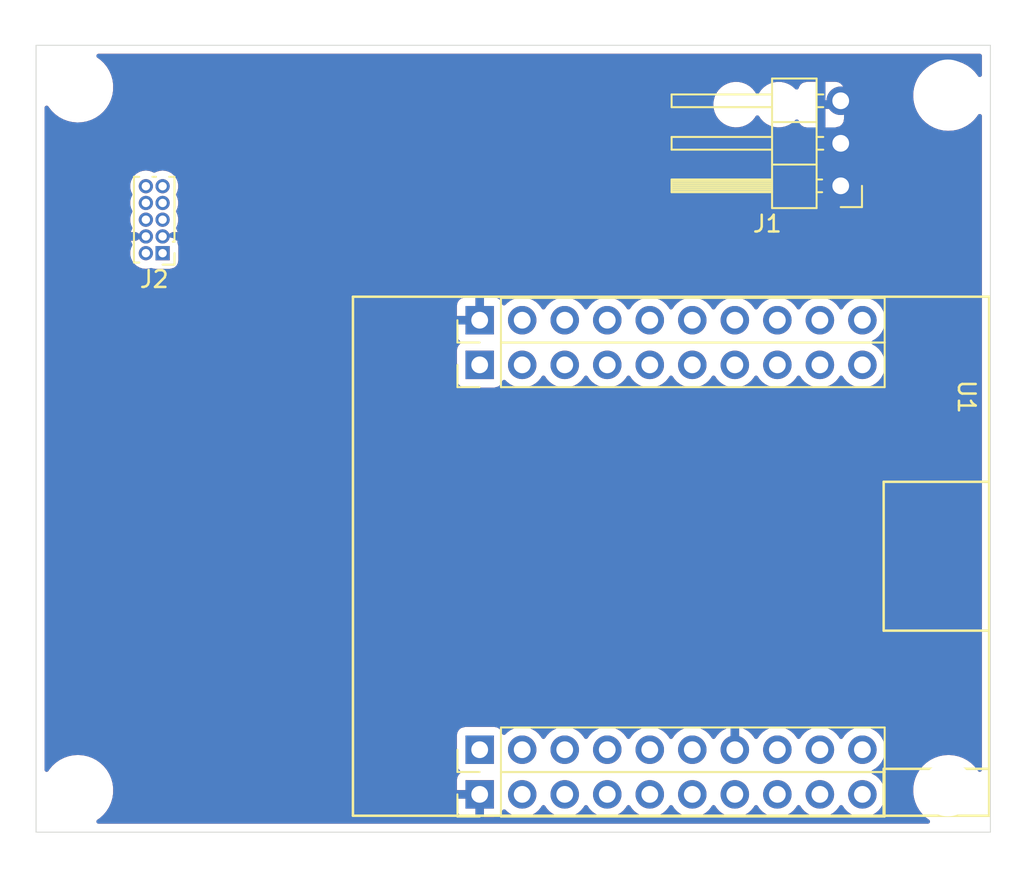
<source format=kicad_pcb>
(kicad_pcb (version 20200119) (host pcbnew "5.99.0-unknown-r17856-55e56c6c")

  (general
    (thickness 1.6)
    (drawings 4)
    (tracks 0)
    (modules 7)
    (nets 42)
  )

  (page "A4")
  (layers
    (0 "F.Cu" signal)
    (31 "B.Cu" signal)
    (32 "B.Adhes" user)
    (33 "F.Adhes" user)
    (34 "B.Paste" user)
    (35 "F.Paste" user)
    (36 "B.SilkS" user)
    (37 "F.SilkS" user)
    (38 "B.Mask" user)
    (39 "F.Mask" user)
    (40 "Dwgs.User" user)
    (41 "Cmts.User" user)
    (42 "Eco1.User" user)
    (43 "Eco2.User" user)
    (44 "Edge.Cuts" user)
    (45 "Margin" user)
    (46 "B.CrtYd" user)
    (47 "F.CrtYd" user)
    (48 "B.Fab" user)
    (49 "F.Fab" user)
  )

  (setup
    (last_trace_width 0.25)
    (trace_clearance 0.2)
    (zone_clearance 0.508)
    (zone_45_only no)
    (trace_min 0.2)
    (via_size 0.8)
    (via_drill 0.4)
    (via_min_size 0.4)
    (via_min_drill 0.3)
    (uvia_size 0.3)
    (uvia_drill 0.1)
    (uvias_allowed no)
    (uvia_min_size 0.2)
    (uvia_min_drill 0.1)
    (max_error 0.005)
    (defaults
      (edge_clearance 0.01)
      (edge_cuts_line_width 0.05)
      (courtyard_line_width 0.05)
      (copper_line_width 0.2)
      (copper_text_dims (size 1.5 1.5) (thickness 0.3))
      (silk_line_width 0.12)
      (silk_text_dims (size 1 1) (thickness 0.15))
      (other_layers_line_width 0.1)
      (other_layers_text_dims (size 1 1) (thickness 0.15))
      (dimension_units 0)
      (dimension_precision 1)
    )
    (pad_size 1.524 1.524)
    (pad_drill 0.762)
    (pad_to_mask_clearance 0.05)
    (aux_axis_origin 0 0)
    (visible_elements FFFFFF7F)
    (pcbplotparams
      (layerselection 0x010fc_ffffffff)
      (usegerberextensions false)
      (usegerberattributes false)
      (usegerberadvancedattributes false)
      (creategerberjobfile false)
      (excludeedgelayer true)
      (linewidth 0.100000)
      (plotframeref false)
      (viasonmask false)
      (mode 1)
      (useauxorigin false)
      (hpglpennumber 1)
      (hpglpenspeed 20)
      (hpglpendiameter 15.000000)
      (psnegative false)
      (psa4output false)
      (plotreference true)
      (plotvalue true)
      (plotinvisibletext false)
      (padsonsilk false)
      (subtractmaskfromsilk false)
      (outputformat 1)
      (mirror false)
      (drillshape 1)
      (scaleselection 1)
      (outputdirectory "")
    )
  )

  (net 0 "")
  (net 1 "/3V3")
  (net 2 "/IO18")
  (net 3 "GND")
  (net 4 "Net-(J2-Pad10)")
  (net 5 "/TX")
  (net 6 "Net-(J2-Pad8)")
  (net 7 "/RX")
  (net 8 "Net-(J2-Pad6)")
  (net 9 "/RST")
  (net 10 "5V")
  (net 11 "Net-(U1-Pad37)")
  (net 12 "Net-(U1-Pad38)")
  (net 13 "Net-(U1-Pad22)")
  (net 14 "Net-(U1-Pad24)")
  (net 15 "Net-(U1-Pad23)")
  (net 16 "Net-(U1-Pad21)")
  (net 17 "Net-(U1-Pad29)")
  (net 18 "Net-(U1-Pad39)")
  (net 19 "Net-(U1-Pad35)")
  (net 20 "Net-(U1-Pad33)")
  (net 21 "Net-(U1-Pad32)")
  (net 22 "Net-(U1-Pad34)")
  (net 23 "Net-(U1-Pad36)")
  (net 24 "Net-(U1-Pad31)")
  (net 25 "Net-(U1-Pad30)")
  (net 26 "Net-(U1-Pad19)")
  (net 27 "Net-(U1-Pad18)")
  (net 28 "Net-(U1-Pad15)")
  (net 29 "Net-(U1-Pad12)")
  (net 30 "Net-(U1-Pad14)")
  (net 31 "Net-(U1-Pad16)")
  (net 32 "Net-(U1-Pad11)")
  (net 33 "Net-(U1-Pad2)")
  (net 34 "Net-(U1-Pad3)")
  (net 35 "Net-(U1-Pad4)")
  (net 36 "Net-(U1-Pad6)")
  (net 37 "Net-(U1-Pad5)")
  (net 38 "Net-(U1-Pad7)")
  (net 39 "Net-(U1-Pad8)")
  (net 40 "Net-(U1-Pad9)")
  (net 41 "Net-(U1-Pad10)")

  (net_class "Default" "This is the default net class."
    (clearance 0.2)
    (trace_width 0.25)
    (via_dia 0.8)
    (via_drill 0.4)
    (uvia_dia 0.3)
    (uvia_drill 0.1)
    (add_net "/3V3")
    (add_net "/IO18")
    (add_net "/RST")
    (add_net "/RX")
    (add_net "/TX")
    (add_net "5V")
    (add_net "GND")
    (add_net "Net-(J2-Pad10)")
    (add_net "Net-(J2-Pad6)")
    (add_net "Net-(J2-Pad8)")
    (add_net "Net-(U1-Pad10)")
    (add_net "Net-(U1-Pad11)")
    (add_net "Net-(U1-Pad12)")
    (add_net "Net-(U1-Pad14)")
    (add_net "Net-(U1-Pad15)")
    (add_net "Net-(U1-Pad16)")
    (add_net "Net-(U1-Pad18)")
    (add_net "Net-(U1-Pad19)")
    (add_net "Net-(U1-Pad2)")
    (add_net "Net-(U1-Pad21)")
    (add_net "Net-(U1-Pad22)")
    (add_net "Net-(U1-Pad23)")
    (add_net "Net-(U1-Pad24)")
    (add_net "Net-(U1-Pad29)")
    (add_net "Net-(U1-Pad3)")
    (add_net "Net-(U1-Pad30)")
    (add_net "Net-(U1-Pad31)")
    (add_net "Net-(U1-Pad32)")
    (add_net "Net-(U1-Pad33)")
    (add_net "Net-(U1-Pad34)")
    (add_net "Net-(U1-Pad35)")
    (add_net "Net-(U1-Pad36)")
    (add_net "Net-(U1-Pad37)")
    (add_net "Net-(U1-Pad38)")
    (add_net "Net-(U1-Pad39)")
    (add_net "Net-(U1-Pad4)")
    (add_net "Net-(U1-Pad5)")
    (add_net "Net-(U1-Pad6)")
    (add_net "Net-(U1-Pad7)")
    (add_net "Net-(U1-Pad8)")
    (add_net "Net-(U1-Pad9)")
  )

  (module "DavidCustom:ESP32_Wemos" (layer "F.Cu") (tedit 5DBEABEC) (tstamp 3b4658ca-d7f9-4dda-955b-7342dd5de47b)
    (at 177.927 80.518 180)
    (path "/00000000-0000-0000-0000-00005ed3039e")
    (fp_text reference "U1" (at -17.653 9.525 270 unlocked) (layer "F.SilkS")
      (effects (font (size 1 1) (thickness 0.15)))
    )
    (fp_text value "ESP32_Wemos" (at 18.034 0 270 unlocked) (layer "F.Fab") hide
      (effects (font (size 1 1) (thickness 0.15)))
    )
    (fp_line (start 10.16 -15.554) (end -12.76 -15.554) (layer "F.SilkS") (width 0.12))
    (fp_line (start 10.16 -12.887) (end -12.76 -12.887) (layer "F.SilkS") (width 0.12))
    (fp_line (start -12.7 -15.494) (end 12.065 -15.494) (layer "F.Fab") (width 0.1))
    (fp_line (start 11.43 -15.554) (end 12.76 -15.554) (layer "F.SilkS") (width 0.12))
    (fp_line (start 12.065 -15.494) (end 12.7 -14.859) (layer "F.Fab") (width 0.1))
    (fp_line (start 12.7 -12.954) (end -12.7 -12.954) (layer "F.Fab") (width 0.1))
    (fp_line (start -12.7 -12.954) (end -12.7 -15.494) (layer "F.Fab") (width 0.1))
    (fp_line (start -12.76 -15.554) (end -12.76 -12.894) (layer "F.SilkS") (width 0.12))
    (fp_line (start 12.7 -14.859) (end 12.7 -12.954) (layer "F.Fab") (width 0.1))
    (fp_line (start 10.16 -12.894) (end -12.76 -12.894) (layer "F.SilkS") (width 0.12))
    (fp_line (start 10.16 -15.554) (end 10.16 -12.894) (layer "F.SilkS") (width 0.12))
    (fp_line (start 12.76 -15.554) (end 12.76 -14.224) (layer "F.SilkS") (width 0.12))
    (fp_line (start 10.16 -12.887) (end 10.16 -10.227) (layer "F.SilkS") (width 0.12))
    (fp_line (start -12.7 -12.827) (end 12.065 -12.827) (layer "F.Fab") (width 0.1))
    (fp_line (start 12.76 -12.887) (end 12.76 -11.557) (layer "F.SilkS") (width 0.12))
    (fp_line (start 11.43 -12.887) (end 12.76 -12.887) (layer "F.SilkS") (width 0.12))
    (fp_line (start 12.065 -12.827) (end 12.7 -12.192) (layer "F.Fab") (width 0.1))
    (fp_line (start 12.7 -10.287) (end -12.7 -10.287) (layer "F.Fab") (width 0.1))
    (fp_line (start -12.7 -10.287) (end -12.7 -12.827) (layer "F.Fab") (width 0.1))
    (fp_line (start -12.76 -12.887) (end -12.76 -10.227) (layer "F.SilkS") (width 0.12))
    (fp_line (start 12.7 -12.192) (end 12.7 -10.287) (layer "F.Fab") (width 0.1))
    (fp_line (start 10.16 -10.227) (end -12.76 -10.227) (layer "F.SilkS") (width 0.12))
    (fp_line (start 10.16 10.1) (end -12.76 10.1) (layer "F.SilkS") (width 0.12))
    (fp_line (start 10.16 10.1) (end 10.16 12.76) (layer "F.SilkS") (width 0.12))
    (fp_line (start -12.7 10.16) (end 12.065 10.16) (layer "F.Fab") (width 0.1))
    (fp_line (start 12.76 10.1) (end 12.76 11.43) (layer "F.SilkS") (width 0.12))
    (fp_line (start 11.43 10.1) (end 12.76 10.1) (layer "F.SilkS") (width 0.12))
    (fp_line (start 12.065 10.16) (end 12.7 10.795) (layer "F.Fab") (width 0.1))
    (fp_line (start 12.7 12.7) (end -12.7 12.7) (layer "F.Fab") (width 0.1))
    (fp_line (start -12.7 12.7) (end -12.7 10.16) (layer "F.Fab") (width 0.1))
    (fp_line (start -12.76 10.1) (end -12.76 12.76) (layer "F.SilkS") (width 0.12))
    (fp_line (start 12.7 10.795) (end 12.7 12.7) (layer "F.Fab") (width 0.1))
    (fp_line (start 10.16 12.76) (end -12.76 12.76) (layer "F.SilkS") (width 0.12))
    (fp_line (start -12.76 12.767) (end -12.76 15.427) (layer "F.SilkS") (width 0.12))
    (fp_line (start 10.16 12.767) (end -12.76 12.767) (layer "F.SilkS") (width 0.12))
    (fp_line (start 10.16 15.427) (end -12.76 15.427) (layer "F.SilkS") (width 0.12))
    (fp_line (start 12.065 12.827) (end 12.7 13.462) (layer "F.Fab") (width 0.1))
    (fp_text user "%R" (at 0 14.097) (layer "F.Fab")
      (effects (font (size 1 1) (thickness 0.15)))
    )
    (fp_line (start -12.7 12.827) (end 12.065 12.827) (layer "F.Fab") (width 0.1))
    (fp_line (start 12.7 13.462) (end 12.7 15.367) (layer "F.Fab") (width 0.1))
    (fp_line (start -12.7 15.367) (end -12.7 12.827) (layer "F.Fab") (width 0.1))
    (fp_line (start 12.7 15.367) (end -12.7 15.367) (layer "F.Fab") (width 0.1))
    (fp_line (start 10.16 12.767) (end 10.16 15.427) (layer "F.SilkS") (width 0.12))
    (fp_line (start 12.76 12.767) (end 12.76 14.097) (layer "F.SilkS") (width 0.12))
    (fp_line (start 11.43 12.767) (end 12.76 12.767) (layer "F.SilkS") (width 0.12))
    (fp_line (start -12.7 -12.7) (end -12.7 -15.494) (layer "F.SilkS") (width 0.15))
    (fp_line (start -18.923 -12.7) (end -12.7 -12.7) (layer "F.SilkS") (width 0.15))
    (fp_line (start -12.7 4.445) (end -18.923 4.445) (layer "F.SilkS") (width 0.15))
    (fp_line (start -12.7 -4.445) (end -12.7 4.445) (layer "F.SilkS") (width 0.15))
    (fp_line (start -18.923 -4.445) (end -12.7 -4.445) (layer "F.SilkS") (width 0.15))
    (fp_line (start 19 -15.5) (end 19 15.5) (layer "F.SilkS") (width 0.15))
    (fp_line (start -19 15.5) (end 19 15.5) (layer "F.SilkS") (width 0.15))
    (fp_line (start -19 -15.5) (end -19 15.5) (layer "F.SilkS") (width 0.15))
    (fp_line (start -19 -15.5) (end 19 -15.5) (layer "F.SilkS") (width 0.15))
    (pad "37" thru_hole oval (at 3.81 -14.224 90) (size 1.7 1.7) (drill 1) (layers *.Cu *.Mask)
      (net 11 "Net-(U1-Pad37)") (tstamp f5871e26-a906-4dc3-9be2-dbda2ce1e2e5))
    (pad "38" thru_hole oval (at 6.35 -14.224 90) (size 1.7 1.7) (drill 1) (layers *.Cu *.Mask)
      (net 12 "Net-(U1-Pad38)") (tstamp 024bdb40-a247-479a-9b25-11c8123573c0))
    (pad "22" thru_hole oval (at 8.89 -11.557 90) (size 1.7 1.7) (drill 1) (layers *.Cu *.Mask)
      (net 13 "Net-(U1-Pad22)") (tstamp c7e9b9e1-8795-498f-be6e-c46418d43f20))
    (pad "24" thru_hole oval (at 3.81 -11.557 90) (size 1.7 1.7) (drill 1) (layers *.Cu *.Mask)
      (net 14 "Net-(U1-Pad24)") (tstamp 70a7871f-8f67-43ba-bf7e-398c9585d99a))
    (pad "23" thru_hole oval (at 6.35 -11.557 90) (size 1.7 1.7) (drill 1) (layers *.Cu *.Mask)
      (net 15 "Net-(U1-Pad23)") (tstamp ec771385-2523-41c5-87a8-1cfb4b67df97))
    (pad "21" thru_hole rect (at 11.43 -11.557 90) (size 1.7 1.7) (drill 1) (layers *.Cu *.Mask)
      (net 16 "Net-(U1-Pad21)") (tstamp 0e071508-f529-4ee8-96b3-72d9daa83464))
    (pad "26" thru_hole oval (at -1.27 -11.557 90) (size 1.7 1.7) (drill 1) (layers *.Cu *.Mask)
      (net 7 "/RX") (tstamp c99c1252-d9bb-4a03-8db7-09ec71038b9a))
    (pad "28" thru_hole oval (at -6.35 -11.557 90) (size 1.7 1.7) (drill 1) (layers *.Cu *.Mask)
      (net 10 "5V") (tstamp f68c17eb-6983-44b2-9f48-dfb65d77e700))
    (pad "29" thru_hole oval (at -8.89 -11.557 90) (size 1.7 1.7) (drill 1) (layers *.Cu *.Mask)
      (net 17 "Net-(U1-Pad29)") (tstamp 006e41db-a7fd-4248-92c5-13bc947ceaac))
    (pad "27" thru_hole oval (at -3.81 -11.557 90) (size 1.7 1.7) (drill 1) (layers *.Cu *.Mask)
      (net 3 "GND") (tstamp 56925e05-b714-47c5-b444-664c4398da78))
    (pad "25" thru_hole oval (at 1.27 -11.557 90) (size 1.7 1.7) (drill 1) (layers *.Cu *.Mask)
      (net 5 "/TX") (tstamp 4ac83386-d318-4de1-91db-a5f01b42b201))
    (pad "39" thru_hole oval (at 8.89 -14.224 90) (size 1.7 1.7) (drill 1) (layers *.Cu *.Mask)
      (net 18 "Net-(U1-Pad39)") (tstamp d7f4290c-ca35-480e-a7ba-bed7703d2b02))
    (pad "40" thru_hole rect (at 11.43 -14.224 90) (size 1.7 1.7) (drill 1) (layers *.Cu *.Mask)
      (net 3 "GND") (tstamp fc06cb5f-21b3-450a-92ec-25b45a17617e))
    (pad "35" thru_hole oval (at -1.27 -14.224 90) (size 1.7 1.7) (drill 1) (layers *.Cu *.Mask)
      (net 19 "Net-(U1-Pad35)") (tstamp f6af47ba-103b-4dda-81e8-c808ea9efead))
    (pad "33" thru_hole oval (at -6.35 -14.224 90) (size 1.7 1.7) (drill 1) (layers *.Cu *.Mask)
      (net 20 "Net-(U1-Pad33)") (tstamp 1e5ecf91-b4c3-4107-9273-7727d538e1a2))
    (pad "32" thru_hole oval (at -8.89 -14.224 90) (size 1.7 1.7) (drill 1) (layers *.Cu *.Mask)
      (net 21 "Net-(U1-Pad32)") (tstamp cab16a0b-da81-4f18-bb19-4fad207bc6bd))
    (pad "34" thru_hole oval (at -3.81 -14.224 90) (size 1.7 1.7) (drill 1) (layers *.Cu *.Mask)
      (net 22 "Net-(U1-Pad34)") (tstamp ebd618a9-275e-49a5-b8fe-01662ebd522e))
    (pad "36" thru_hole oval (at 1.27 -14.224 90) (size 1.7 1.7) (drill 1) (layers *.Cu *.Mask)
      (net 23 "Net-(U1-Pad36)") (tstamp 9542fbdd-59c9-4428-ac69-e9af791a9a33))
    (pad "31" thru_hole oval (at -11.43 -14.224 90) (size 1.7 1.7) (drill 1) (layers *.Cu *.Mask)
      (net 24 "Net-(U1-Pad31)") (tstamp 31210bae-3a5b-4448-8ac2-e047eb177cf7))
    (pad "30" thru_hole oval (at -11.43 -11.557 90) (size 1.7 1.7) (drill 1) (layers *.Cu *.Mask)
      (net 25 "Net-(U1-Pad30)") (tstamp dc04c538-f069-4b24-a9f9-1f1e49091ceb))
    (pad "19" thru_hole oval (at 8.89 11.43 90) (size 1.7 1.7) (drill 1) (layers *.Cu *.Mask)
      (net 26 "Net-(U1-Pad19)") (tstamp ecc699cf-0dfe-4b3e-8230-192c27666fde))
    (pad "17" thru_hole oval (at 3.81 11.43 90) (size 1.7 1.7) (drill 1) (layers *.Cu *.Mask)
      (net 2 "/IO18") (tstamp 346edfed-dbb7-4baa-8221-39b75770bffa))
    (pad "18" thru_hole oval (at 6.35 11.43 90) (size 1.7 1.7) (drill 1) (layers *.Cu *.Mask)
      (net 27 "Net-(U1-Pad18)") (tstamp 409b805e-4cef-4d18-bf58-8f5a4b53c936))
    (pad "20" thru_hole rect (at 11.43 11.43 90) (size 1.7 1.7) (drill 1) (layers *.Cu *.Mask)
      (net 9 "/RST") (tstamp 83c402d1-9627-4182-ac19-fa9d081e9a6d))
    (pad "15" thru_hole oval (at -1.27 11.43 90) (size 1.7 1.7) (drill 1) (layers *.Cu *.Mask)
      (net 28 "Net-(U1-Pad15)") (tstamp fa152534-372e-41e3-afa5-a6d44720eeca))
    (pad "13" thru_hole oval (at -6.35 11.43 90) (size 1.7 1.7) (drill 1) (layers *.Cu *.Mask)
      (net 1 "/3V3") (tstamp c9ae8bc8-322d-46c2-a005-7a47e3e3eb5d))
    (pad "12" thru_hole oval (at -8.89 11.43 90) (size 1.7 1.7) (drill 1) (layers *.Cu *.Mask)
      (net 29 "Net-(U1-Pad12)") (tstamp b8597131-202b-47f1-94e8-35144ce7a679))
    (pad "14" thru_hole oval (at -3.81 11.43 90) (size 1.7 1.7) (drill 1) (layers *.Cu *.Mask)
      (net 30 "Net-(U1-Pad14)") (tstamp e765ede6-2362-4f23-a859-bec523f368cc))
    (pad "16" thru_hole oval (at 1.27 11.43 90) (size 1.7 1.7) (drill 1) (layers *.Cu *.Mask)
      (net 31 "Net-(U1-Pad16)") (tstamp 9019baf6-70c3-48f2-9a15-443056200ff7))
    (pad "11" thru_hole oval (at -11.43 11.43 90) (size 1.7 1.7) (drill 1) (layers *.Cu *.Mask)
      (net 32 "Net-(U1-Pad11)") (tstamp 73bac455-4823-4bb1-8dbc-9ab099201fcb))
    (pad "2" thru_hole oval (at 8.89 14.097 90) (size 1.7 1.7) (drill 1) (layers *.Cu *.Mask)
      (net 33 "Net-(U1-Pad2)") (tstamp 57148766-f917-4a65-88ae-635089f25a90))
    (pad "3" thru_hole oval (at 6.35 14.097 90) (size 1.7 1.7) (drill 1) (layers *.Cu *.Mask)
      (net 34 "Net-(U1-Pad3)") (tstamp c9ba6a12-51d2-4138-8a10-bd402c404b05))
    (pad "1" thru_hole rect (at 11.43 14.097 90) (size 1.7 1.7) (drill 1) (layers *.Cu *.Mask)
      (net 3 "GND") (tstamp 2127e655-d52b-41fb-88bb-4ef2ab079f3a))
    (pad "4" thru_hole oval (at 3.81 14.097 90) (size 1.7 1.7) (drill 1) (layers *.Cu *.Mask)
      (net 35 "Net-(U1-Pad4)") (tstamp 13adeee3-8920-4cd4-9bef-093c7cad9eed))
    (pad "6" thru_hole oval (at -1.27 14.097 90) (size 1.7 1.7) (drill 1) (layers *.Cu *.Mask)
      (net 36 "Net-(U1-Pad6)") (tstamp 6e1ec9d0-3be6-4f3b-a89d-2bd09c9d0076))
    (pad "5" thru_hole oval (at 1.27 14.097 90) (size 1.7 1.7) (drill 1) (layers *.Cu *.Mask)
      (net 37 "Net-(U1-Pad5)") (tstamp 94aaa3f8-7c5c-434c-a50d-5436bce13312))
    (pad "7" thru_hole oval (at -3.81 14.097 90) (size 1.7 1.7) (drill 1) (layers *.Cu *.Mask)
      (net 38 "Net-(U1-Pad7)") (tstamp 389dd4f9-3949-45a9-8df8-841a2f3add12))
    (pad "8" thru_hole oval (at -6.35 14.097 90) (size 1.7 1.7) (drill 1) (layers *.Cu *.Mask)
      (net 39 "Net-(U1-Pad8)") (tstamp 953c853b-318e-4b76-a80f-a7119eac34c3))
    (pad "9" thru_hole oval (at -8.89 14.097 90) (size 1.7 1.7) (drill 1) (layers *.Cu *.Mask)
      (net 40 "Net-(U1-Pad9)") (tstamp 16a45a82-e00c-4dbb-b5ff-76c81e84f536))
    (pad "10" thru_hole oval (at -11.43 14.097 90) (size 1.7 1.7) (drill 1) (layers *.Cu *.Mask)
      (net 41 "Net-(U1-Pad10)") (tstamp 1f837e8f-7c7f-486f-98c0-0ef09551c6b1))
  )

  (module "Connector_PinHeader_1.00mm:PinHeader_2x05_P1.00mm_Vertical" (layer "F.Cu") (tedit 59FED738) (tstamp f33fcd06-5204-4d7f-8d40-f0be2f1bd174)
    (at 147.558 62.4172 180)
    (descr "Through hole straight pin header, 2x05, 1.00mm pitch, double rows")
    (tags "Through hole pin header THT 2x05 1.00mm double row")
    (path "/00000000-0000-0000-0000-00005ed21487")
    (fp_text reference "J2" (at 0.5 -1.56) (layer "F.SilkS")
      (effects (font (size 1 1) (thickness 0.15)))
    )
    (fp_text value "PMS7003" (at 0.5 5.56) (layer "F.Fab") hide
      (effects (font (size 1 1) (thickness 0.15)))
    )
    (fp_text user "%R" (at 0.5 2 90) (layer "F.Fab")
      (effects (font (size 1 1) (thickness 0.15)))
    )
    (fp_line (start 2.15 -1) (end -1.15 -1) (layer "F.CrtYd") (width 0.05))
    (fp_line (start 2.15 5) (end 2.15 -1) (layer "F.CrtYd") (width 0.05))
    (fp_line (start -1.15 5) (end 2.15 5) (layer "F.CrtYd") (width 0.05))
    (fp_line (start -1.15 -1) (end -1.15 5) (layer "F.CrtYd") (width 0.05))
    (fp_line (start -0.71 -0.685) (end 0 -0.685) (layer "F.SilkS") (width 0.12))
    (fp_line (start -0.71 0) (end -0.71 -0.685) (layer "F.SilkS") (width 0.12))
    (fp_line (start 1.394493 -0.56) (end 1.71 -0.56) (layer "F.SilkS") (width 0.12))
    (fp_line (start -0.71 0.685) (end -0.608276 0.685) (layer "F.SilkS") (width 0.12))
    (fp_line (start 1.71 -0.56) (end 1.71 4.56) (layer "F.SilkS") (width 0.12))
    (fp_line (start -0.71 0.685) (end -0.71 4.56) (layer "F.SilkS") (width 0.12))
    (fp_line (start 0.394493 4.56) (end 0.605507 4.56) (layer "F.SilkS") (width 0.12))
    (fp_line (start 1.394493 4.56) (end 1.71 4.56) (layer "F.SilkS") (width 0.12))
    (fp_line (start -0.71 4.56) (end -0.394493 4.56) (layer "F.SilkS") (width 0.12))
    (fp_line (start -0.65 0.075) (end -0.075 -0.5) (layer "F.Fab") (width 0.1))
    (fp_line (start -0.65 4.5) (end -0.65 0.075) (layer "F.Fab") (width 0.1))
    (fp_line (start 1.65 4.5) (end -0.65 4.5) (layer "F.Fab") (width 0.1))
    (fp_line (start 1.65 -0.5) (end 1.65 4.5) (layer "F.Fab") (width 0.1))
    (fp_line (start -0.075 -0.5) (end 1.65 -0.5) (layer "F.Fab") (width 0.1))
    (pad "10" thru_hole oval (at 1 4 180) (size 0.85 0.85) (drill 0.5) (layers *.Cu *.Mask)
      (net 4 "Net-(J2-Pad10)") (tstamp df65ac0b-0ba4-41a3-a941-e1b513c56024))
    (pad "9" thru_hole oval (at 0 4 180) (size 0.85 0.85) (drill 0.5) (layers *.Cu *.Mask)
      (net 5 "/TX") (tstamp 6d01123d-8bda-41ca-a1d0-6ce015ed4d9f))
    (pad "8" thru_hole oval (at 1 3 180) (size 0.85 0.85) (drill 0.5) (layers *.Cu *.Mask)
      (net 6 "Net-(J2-Pad8)") (tstamp cd4ab7b9-78a0-4f79-a9f7-46ab9b21a079))
    (pad "7" thru_hole oval (at 0 3 180) (size 0.85 0.85) (drill 0.5) (layers *.Cu *.Mask)
      (net 7 "/RX") (tstamp 86388f89-042c-468f-9b95-d53382821ee1))
    (pad "6" thru_hole oval (at 1 2 180) (size 0.85 0.85) (drill 0.5) (layers *.Cu *.Mask)
      (net 8 "Net-(J2-Pad6)") (tstamp 6fdee30a-4aeb-4359-a8f0-193ac870daad))
    (pad "5" thru_hole oval (at 0 2 180) (size 0.85 0.85) (drill 0.5) (layers *.Cu *.Mask)
      (net 9 "/RST") (tstamp 3a352c6d-fc39-4b84-b4ae-888d63654f71))
    (pad "4" thru_hole oval (at 1 1 180) (size 0.85 0.85) (drill 0.5) (layers *.Cu *.Mask)
      (net 3 "GND") (tstamp af92f96f-b570-40bf-81ea-e943c15acd7d))
    (pad "3" thru_hole oval (at 0 1 180) (size 0.85 0.85) (drill 0.5) (layers *.Cu *.Mask)
      (net 3 "GND") (tstamp 67e3f2bd-7465-474e-acd2-208c8c4034b5))
    (pad "2" thru_hole oval (at 1 0 180) (size 0.85 0.85) (drill 0.5) (layers *.Cu *.Mask)
      (net 10 "5V") (tstamp 5aba46da-324d-44b2-86a7-0c6ee1cedf04))
    (pad "1" thru_hole rect (at 0 0 180) (size 0.85 0.85) (drill 0.5) (layers *.Cu *.Mask)
      (net 10 "5V") (tstamp a5442064-1882-4a80-b64b-c8ff229e1214))
    (model "${KISYS3DMOD}/Connector_PinHeader_1.00mm.3dshapes/PinHeader_2x05_P1.00mm_Vertical.wrl"
      (at (xyz 0 0 0))
      (scale (xyz 1 1 1))
      (rotate (xyz 0 0 0))
    )
  )

  (module "Connector_PinHeader_2.54mm:PinHeader_1x03_P2.54mm_Horizontal" (layer "F.Cu") (tedit 59FED5CB) (tstamp 760debcd-7a9a-44b0-94dc-4d20db8eed5a)
    (at 188.0616 58.3946 180)
    (descr "Through hole angled pin header, 1x03, 2.54mm pitch, 6mm pin length, single row")
    (tags "Through hole angled pin header THT 1x03 2.54mm single row")
    (path "/00000000-0000-0000-0000-00005ed3e7d6")
    (fp_text reference "J1" (at 4.385 -2.27) (layer "F.SilkS")
      (effects (font (size 1 1) (thickness 0.15)))
    )
    (fp_text value "DHT22" (at 4.385 7.35) (layer "F.Fab") hide
      (effects (font (size 1 1) (thickness 0.15)))
    )
    (fp_text user "%R" (at 2.77 2.54 90) (layer "F.Fab")
      (effects (font (size 1 1) (thickness 0.15)))
    )
    (fp_line (start 10.55 -1.8) (end -1.8 -1.8) (layer "F.CrtYd") (width 0.05))
    (fp_line (start 10.55 6.85) (end 10.55 -1.8) (layer "F.CrtYd") (width 0.05))
    (fp_line (start -1.8 6.85) (end 10.55 6.85) (layer "F.CrtYd") (width 0.05))
    (fp_line (start -1.8 -1.8) (end -1.8 6.85) (layer "F.CrtYd") (width 0.05))
    (fp_line (start -1.27 -1.27) (end 0 -1.27) (layer "F.SilkS") (width 0.12))
    (fp_line (start -1.27 0) (end -1.27 -1.27) (layer "F.SilkS") (width 0.12))
    (fp_line (start 1.042929 5.46) (end 1.44 5.46) (layer "F.SilkS") (width 0.12))
    (fp_line (start 1.042929 4.7) (end 1.44 4.7) (layer "F.SilkS") (width 0.12))
    (fp_line (start 10.1 5.46) (end 4.1 5.46) (layer "F.SilkS") (width 0.12))
    (fp_line (start 10.1 4.7) (end 10.1 5.46) (layer "F.SilkS") (width 0.12))
    (fp_line (start 4.1 4.7) (end 10.1 4.7) (layer "F.SilkS") (width 0.12))
    (fp_line (start 1.44 3.81) (end 4.1 3.81) (layer "F.SilkS") (width 0.12))
    (fp_line (start 1.042929 2.92) (end 1.44 2.92) (layer "F.SilkS") (width 0.12))
    (fp_line (start 1.042929 2.16) (end 1.44 2.16) (layer "F.SilkS") (width 0.12))
    (fp_line (start 10.1 2.92) (end 4.1 2.92) (layer "F.SilkS") (width 0.12))
    (fp_line (start 10.1 2.16) (end 10.1 2.92) (layer "F.SilkS") (width 0.12))
    (fp_line (start 4.1 2.16) (end 10.1 2.16) (layer "F.SilkS") (width 0.12))
    (fp_line (start 1.44 1.27) (end 4.1 1.27) (layer "F.SilkS") (width 0.12))
    (fp_line (start 1.11 0.38) (end 1.44 0.38) (layer "F.SilkS") (width 0.12))
    (fp_line (start 1.11 -0.38) (end 1.44 -0.38) (layer "F.SilkS") (width 0.12))
    (fp_line (start 4.1 0.28) (end 10.1 0.28) (layer "F.SilkS") (width 0.12))
    (fp_line (start 4.1 0.16) (end 10.1 0.16) (layer "F.SilkS") (width 0.12))
    (fp_line (start 4.1 0.04) (end 10.1 0.04) (layer "F.SilkS") (width 0.12))
    (fp_line (start 4.1 -0.08) (end 10.1 -0.08) (layer "F.SilkS") (width 0.12))
    (fp_line (start 4.1 -0.2) (end 10.1 -0.2) (layer "F.SilkS") (width 0.12))
    (fp_line (start 4.1 -0.32) (end 10.1 -0.32) (layer "F.SilkS") (width 0.12))
    (fp_line (start 10.1 0.38) (end 4.1 0.38) (layer "F.SilkS") (width 0.12))
    (fp_line (start 10.1 -0.38) (end 10.1 0.38) (layer "F.SilkS") (width 0.12))
    (fp_line (start 4.1 -0.38) (end 10.1 -0.38) (layer "F.SilkS") (width 0.12))
    (fp_line (start 4.1 -1.33) (end 1.44 -1.33) (layer "F.SilkS") (width 0.12))
    (fp_line (start 4.1 6.41) (end 4.1 -1.33) (layer "F.SilkS") (width 0.12))
    (fp_line (start 1.44 6.41) (end 4.1 6.41) (layer "F.SilkS") (width 0.12))
    (fp_line (start 1.44 -1.33) (end 1.44 6.41) (layer "F.SilkS") (width 0.12))
    (fp_line (start 4.04 5.4) (end 10.04 5.4) (layer "F.Fab") (width 0.1))
    (fp_line (start 10.04 4.76) (end 10.04 5.4) (layer "F.Fab") (width 0.1))
    (fp_line (start 4.04 4.76) (end 10.04 4.76) (layer "F.Fab") (width 0.1))
    (fp_line (start -0.32 5.4) (end 1.5 5.4) (layer "F.Fab") (width 0.1))
    (fp_line (start -0.32 4.76) (end -0.32 5.4) (layer "F.Fab") (width 0.1))
    (fp_line (start -0.32 4.76) (end 1.5 4.76) (layer "F.Fab") (width 0.1))
    (fp_line (start 4.04 2.86) (end 10.04 2.86) (layer "F.Fab") (width 0.1))
    (fp_line (start 10.04 2.22) (end 10.04 2.86) (layer "F.Fab") (width 0.1))
    (fp_line (start 4.04 2.22) (end 10.04 2.22) (layer "F.Fab") (width 0.1))
    (fp_line (start -0.32 2.86) (end 1.5 2.86) (layer "F.Fab") (width 0.1))
    (fp_line (start -0.32 2.22) (end -0.32 2.86) (layer "F.Fab") (width 0.1))
    (fp_line (start -0.32 2.22) (end 1.5 2.22) (layer "F.Fab") (width 0.1))
    (fp_line (start 4.04 0.32) (end 10.04 0.32) (layer "F.Fab") (width 0.1))
    (fp_line (start 10.04 -0.32) (end 10.04 0.32) (layer "F.Fab") (width 0.1))
    (fp_line (start 4.04 -0.32) (end 10.04 -0.32) (layer "F.Fab") (width 0.1))
    (fp_line (start -0.32 0.32) (end 1.5 0.32) (layer "F.Fab") (width 0.1))
    (fp_line (start -0.32 -0.32) (end -0.32 0.32) (layer "F.Fab") (width 0.1))
    (fp_line (start -0.32 -0.32) (end 1.5 -0.32) (layer "F.Fab") (width 0.1))
    (fp_line (start 1.5 -0.635) (end 2.135 -1.27) (layer "F.Fab") (width 0.1))
    (fp_line (start 1.5 6.35) (end 1.5 -0.635) (layer "F.Fab") (width 0.1))
    (fp_line (start 4.04 6.35) (end 1.5 6.35) (layer "F.Fab") (width 0.1))
    (fp_line (start 4.04 -1.27) (end 4.04 6.35) (layer "F.Fab") (width 0.1))
    (fp_line (start 2.135 -1.27) (end 4.04 -1.27) (layer "F.Fab") (width 0.1))
    (pad "3" thru_hole oval (at 0 5.08 180) (size 1.7 1.7) (drill 1) (layers *.Cu *.Mask)
      (net 1 "/3V3") (tstamp 04e0a043-9f41-40cd-81f9-4b4c583fee5b))
    (pad "2" thru_hole oval (at 0 2.54 180) (size 1.7 1.7) (drill 1) (layers *.Cu *.Mask)
      (net 2 "/IO18") (tstamp 90080e3d-e554-482d-925a-3e2e7c285422))
    (pad "1" thru_hole rect (at 0 0 180) (size 1.7 1.7) (drill 1) (layers *.Cu *.Mask)
      (net 3 "GND") (tstamp a9d34130-1c93-4359-be74-f0610d12290f))
    (model "${KISYS3DMOD}/Connector_PinHeader_2.54mm.3dshapes/PinHeader_1x03_P2.54mm_Horizontal.wrl"
      (at (xyz 0 0 0))
      (scale (xyz 1 1 1))
      (rotate (xyz 0 0 0))
    )
  )

  (module "MountingHole:MountingHole_3.2mm_M3" (layer "F.Cu") (tedit 56D1B4CB) (tstamp 8ea82e8f-aace-4549-a5df-d16027a71de0)
    (at 194.4624 94.451)
    (descr "Mounting Hole 3.2mm, no annular, M3")
    (tags "mounting hole 3.2mm no annular m3")
    (attr virtual)
    (fp_text reference "REF**" (at 0 -4.2) (layer "F.SilkS") hide
      (effects (font (size 1 1) (thickness 0.15)))
    )
    (fp_text value "MountingHole_3.2mm_M3" (at 0 4.2) (layer "F.Fab") hide
      (effects (font (size 1 1) (thickness 0.15)))
    )
    (fp_circle (center 0 0) (end 3.45 0) (layer "F.CrtYd") (width 0.05))
    (fp_circle (center 0 0) (end 3.2 0) (layer "Cmts.User") (width 0.15))
    (fp_text user "%R" (at 0.3 0) (layer "F.Fab")
      (effects (font (size 1 1) (thickness 0.15)))
    )
    (pad "1" np_thru_hole circle (at 0 0) (size 3.2 3.2) (drill 3.2) (layers *.Cu *.Mask) (tstamp 8ba540c8-9976-4fe4-be0b-5c18708733e0))
  )

  (module "MountingHole:MountingHole_3.2mm_M3" (layer "F.Cu") (tedit 56D1B4CB) (tstamp f6478da9-b8f2-495d-92f6-111481a4e17e)
    (at 142.4624 94.451)
    (descr "Mounting Hole 3.2mm, no annular, M3")
    (tags "mounting hole 3.2mm no annular m3")
    (attr virtual)
    (fp_text reference "REF**" (at 0 -4.2) (layer "F.SilkS") hide
      (effects (font (size 1 1) (thickness 0.15)))
    )
    (fp_text value "MountingHole_3.2mm_M3" (at 0 4.2) (layer "F.Fab") hide
      (effects (font (size 1 1) (thickness 0.15)))
    )
    (fp_text user "%R" (at 0.3 0) (layer "F.Fab")
      (effects (font (size 1 1) (thickness 0.15)))
    )
    (fp_circle (center 0 0) (end 3.2 0) (layer "Cmts.User") (width 0.15))
    (fp_circle (center 0 0) (end 3.45 0) (layer "F.CrtYd") (width 0.05))
    (pad "1" np_thru_hole circle (at 0 0) (size 3.2 3.2) (drill 3.2) (layers *.Cu *.Mask) (tstamp 70ac8c6c-89f1-44c7-9bb7-7e7079f00394))
  )

  (module "MountingHole:MountingHole_3.2mm_M3" (layer "F.Cu") (tedit 56D1B4CB) (tstamp 384268cc-1ba3-4673-994f-a67e20442e91)
    (at 194.4624 52.451)
    (descr "Mounting Hole 3.2mm, no annular, M3")
    (tags "mounting hole 3.2mm no annular m3")
    (attr virtual)
    (fp_text reference "REF**" (at 0 -4.2) (layer "F.SilkS") hide
      (effects (font (size 1 1) (thickness 0.15)))
    )
    (fp_text value "MountingHole_3.2mm_M3" (at 0 4.2) (layer "F.Fab") hide
      (effects (font (size 1 1) (thickness 0.15)))
    )
    (fp_text user "%R" (at 0.3 0) (layer "F.Fab")
      (effects (font (size 1 1) (thickness 0.15)))
    )
    (fp_circle (center 0 0) (end 3.2 0) (layer "Cmts.User") (width 0.15))
    (fp_circle (center 0 0) (end 3.45 0) (layer "F.CrtYd") (width 0.05))
    (pad "1" np_thru_hole circle (at 0 0) (size 3.2 3.2) (drill 3.2) (layers *.Cu *.Mask) (tstamp a9a3c4e5-b7c8-401d-a8e2-0ef33ee3d93a))
  )

  (module "MountingHole:MountingHole_3.2mm_M3" (layer "F.Cu") (tedit 56D1B4CB) (tstamp dead8f8a-f563-4293-ba47-a6cca78c7318)
    (at 142.4624 52.451)
    (descr "Mounting Hole 3.2mm, no annular, M3")
    (tags "mounting hole 3.2mm no annular m3")
    (attr virtual)
    (fp_text reference "REF**" (at 0 -4.2) (layer "F.SilkS") hide
      (effects (font (size 1 1) (thickness 0.15)))
    )
    (fp_text value "MountingHole_3.2mm_M3" (at 0 4.2) (layer "F.Fab") hide
      (effects (font (size 1 1) (thickness 0.15)))
    )
    (fp_circle (center 0 0) (end 3.45 0) (layer "F.CrtYd") (width 0.05))
    (fp_circle (center 0 0) (end 3.2 0) (layer "Cmts.User") (width 0.15))
    (fp_text user "%R" (at 0.3 0) (layer "F.Fab")
      (effects (font (size 1 1) (thickness 0.15)))
    )
    (pad "1" np_thru_hole circle (at 0 0) (size 3.2 3.2) (drill 3.2) (layers *.Cu *.Mask) (tstamp ae6636d7-7e2c-4ad6-8ee0-558e1034f34a))
  )

  (gr_line (start 197 97) (end 140 97) (layer "Edge.Cuts") (width 0.05) (tstamp 7e29a5fa-a357-41c7-b85f-ef7134eaf6b9))
  (gr_line (start 140 97) (end 140 50) (layer "Edge.Cuts") (width 0.05) (tstamp a6cb4d61-373d-4355-b5bd-be3ccffb815b))
  (gr_line (start 197 50) (end 140 50) (layer "Edge.Cuts") (width 0.05) (tstamp 7bfff112-a090-4366-a31c-984073ee2766))
  (gr_line (start 197 97) (end 197 50) (layer "Edge.Cuts") (width 0.05) (tstamp cd33ca53-4287-4329-ae9a-a0cd6ce0486e))

  (zone (net 3) (net_name "GND") (layer "F.Cu") (tstamp 9d99513a-be18-4c9d-97fb-9f0e9a47bf4b) (hatch edge 0.508)
    (connect_pads (clearance 0.508))
    (min_thickness 0.254)
    (fill yes (thermal_gap 0.508) (thermal_bridge_width 0.508))
    (polygon
      (pts
        (xy 198.374 99.6188) (xy 138.7348 99.4918) (xy 138.7602 48.514) (xy 138.7602 48.4886) (xy 198.0946 48.4632)
      )
    )
    (filled_polygon
      (pts
        (xy 196.366001 51.768555) (xy 196.334243 51.716116) (xy 196.329309 51.709096) (xy 196.143029 51.47906) (xy 196.137188 51.472775)
        (xy 195.921412 51.270147) (xy 195.914772 51.264713) (xy 195.673493 51.093244) (xy 195.666177 51.088761) (xy 195.403859 50.951625)
        (xy 195.396003 50.948176) (xy 195.1175 50.847909) (xy 195.109248 50.845558) (xy 194.819715 50.784016) (xy 194.81122 50.782807)
        (xy 194.516013 50.761128) (xy 194.507433 50.761083) (xy 194.212015 50.779669) (xy 194.203508 50.780789) (xy 193.913346 50.839297)
        (xy 193.90507 50.841561) (xy 193.625533 50.938905) (xy 193.617641 50.942272) (xy 193.353901 51.076654) (xy 193.346539 51.08106)
        (xy 193.103476 51.249992) (xy 193.096781 51.255357) (xy 192.878894 51.455713) (xy 192.872988 51.461937) (xy 192.684309 51.690011)
        (xy 192.679302 51.696979) (xy 192.523323 51.948549) (xy 192.519308 51.956131) (xy 192.398912 52.226543) (xy 192.395964 52.234601)
        (xy 192.313382 52.51885) (xy 192.311554 52.527233) (xy 192.268313 52.820059) (xy 192.26764 52.828613) (xy 192.264541 53.124598)
        (xy 192.265035 53.133164) (xy 192.302133 53.426832) (xy 192.303785 53.435252) (xy 192.380397 53.721168) (xy 192.383176 53.729285)
        (xy 192.497881 54.002159) (xy 192.501736 54.009824) (xy 192.652413 54.264606) (xy 192.657273 54.271677) (xy 192.841134 54.503652)
        (xy 192.846909 54.509998) (xy 193.060551 54.714873) (xy 193.067133 54.720377) (xy 193.306605 54.894363) (xy 193.313873 54.898922)
        (xy 193.57474 55.038798) (xy 193.58256 55.042329) (xy 193.859998 55.145507) (xy 193.868224 55.147944) (xy 194.157098 55.212514)
        (xy 194.165579 55.213812) (xy 194.460543 55.238581) (xy 194.469122 55.238716) (xy 194.764718 55.223225) (xy 194.773236 55.222194)
        (xy 195.063996 55.166728) (xy 195.072295 55.164551) (xy 195.352836 55.070138) (xy 195.360762 55.066855) (xy 195.625895 54.935242)
        (xy 195.633303 54.930914) (xy 195.878121 54.764536) (xy 195.884873 54.759242) (xy 196.104846 54.561178) (xy 196.110816 54.555016)
        (xy 196.301873 54.32893) (xy 196.306953 54.322015) (xy 196.366001 54.228971) (xy 196.366 93.268553) (xy 196.334243 93.216116)
        (xy 196.329309 93.209096) (xy 196.143029 92.97906) (xy 196.137188 92.972775) (xy 195.921412 92.770147) (xy 195.914772 92.764713)
        (xy 195.673493 92.593244) (xy 195.666177 92.588761) (xy 195.403859 92.451625) (xy 195.396003 92.448176) (xy 195.1175 92.347909)
        (xy 195.109248 92.345558) (xy 194.819715 92.284016) (xy 194.81122 92.282807) (xy 194.516013 92.261128) (xy 194.507433 92.261083)
        (xy 194.212015 92.279669) (xy 194.203508 92.280789) (xy 193.913346 92.339297) (xy 193.90507 92.341561) (xy 193.625533 92.438905)
        (xy 193.617641 92.442272) (xy 193.353901 92.576654) (xy 193.346539 92.58106) (xy 193.103476 92.749992) (xy 193.096781 92.755357)
        (xy 192.878894 92.955713) (xy 192.872988 92.961937) (xy 192.684309 93.190011) (xy 192.679302 93.196979) (xy 192.523323 93.448549)
        (xy 192.519308 93.456131) (xy 192.398912 93.726543) (xy 192.395964 93.734601) (xy 192.313382 94.01885) (xy 192.311554 94.027233)
        (xy 192.268313 94.320059) (xy 192.26764 94.328613) (xy 192.264541 94.624598) (xy 192.265035 94.633164) (xy 192.302133 94.926832)
        (xy 192.303785 94.935252) (xy 192.380397 95.221168) (xy 192.383176 95.229285) (xy 192.497881 95.502159) (xy 192.501736 95.509824)
        (xy 192.652413 95.764606) (xy 192.657273 95.771677) (xy 192.841134 96.003652) (xy 192.846909 96.009998) (xy 193.060551 96.214873)
        (xy 193.067133 96.220377) (xy 193.267567 96.366) (xy 143.728821 96.366) (xy 143.878121 96.264536) (xy 143.884873 96.259242)
        (xy 144.104846 96.061178) (xy 144.110816 96.055016) (xy 144.301873 95.82893) (xy 144.306953 95.822015) (xy 144.465559 95.572093)
        (xy 144.469653 95.564553) (xy 144.592873 95.295417) (xy 144.595905 95.287391) (xy 144.681459 95.004022) (xy 144.683375 94.995659)
        (xy 144.691587 94.943808) (xy 165.005163 94.943808) (xy 165.005163 95.600258) (xy 165.007319 95.616634) (xy 165.082137 95.895859)
        (xy 165.09488 95.920339) (xy 165.22599 96.07659) (xy 165.242879 96.090761) (xy 165.41712 96.191359) (xy 165.437837 96.1989)
        (xy 165.630538 96.232878) (xy 165.641499 96.233837) (xy 166.295191 96.233837) (xy 166.369 96.160028) (xy 166.369001 94.943809)
        (xy 166.295192 94.87) (xy 165.078972 94.869999) (xy 165.005163 94.943808) (xy 144.691587 94.943808) (xy 144.729731 94.702974)
        (xy 144.730505 94.693766) (xy 144.734073 94.352988) (xy 144.733493 94.343766) (xy 144.693276 94.050176) (xy 144.691536 94.041774)
        (xy 144.611936 93.756675) (xy 144.609072 93.748588) (xy 144.491515 93.47693) (xy 144.48758 93.469306) (xy 144.334243 93.216116)
        (xy 144.329309 93.209096) (xy 144.143029 92.97906) (xy 144.137188 92.972775) (xy 143.921412 92.770147) (xy 143.914772 92.764713)
        (xy 143.673493 92.593244) (xy 143.666177 92.588761) (xy 143.403859 92.451625) (xy 143.396003 92.448176) (xy 143.1175 92.347909)
        (xy 143.109248 92.345558) (xy 142.819715 92.284016) (xy 142.81122 92.282807) (xy 142.516013 92.261128) (xy 142.507433 92.261083)
        (xy 142.212015 92.279669) (xy 142.203508 92.280789) (xy 141.913346 92.339297) (xy 141.90507 92.341561) (xy 141.625533 92.438905)
        (xy 141.617641 92.442272) (xy 141.353901 92.576654) (xy 141.346539 92.58106) (xy 141.103476 92.749992) (xy 141.096781 92.755357)
        (xy 140.878894 92.955713) (xy 140.872988 92.961937) (xy 140.684309 93.190011) (xy 140.679302 93.196979) (xy 140.634 93.270044)
        (xy 140.634 91.219499) (xy 165.005163 91.219499) (xy 165.005163 92.933258) (xy 165.007319 92.949634) (xy 165.082137 93.228859)
        (xy 165.09488 93.253339) (xy 165.22599 93.40959) (xy 165.230787 93.413615) (xy 165.16241 93.47099) (xy 165.148239 93.487879)
        (xy 165.047641 93.66212) (xy 165.0401 93.682837) (xy 165.006122 93.875538) (xy 165.005163 93.886499) (xy 165.005163 94.540191)
        (xy 165.078972 94.614) (xy 166.295192 94.614001) (xy 166.295193 94.614) (xy 166.625 94.614001) (xy 166.624999 96.160028)
        (xy 166.698808 96.233837) (xy 167.355258 96.233837) (xy 167.371634 96.231681) (xy 167.650859 96.156863) (xy 167.675339 96.14412)
        (xy 167.83159 96.01301) (xy 167.845761 95.996121) (xy 167.946359 95.82188) (xy 167.9539 95.801163) (xy 167.960525 95.763593)
        (xy 168.035798 95.844032) (xy 168.043722 95.85118) (xy 168.235792 95.996968) (xy 168.244808 96.002679) (xy 168.458696 96.114021)
        (xy 168.468545 96.118131) (xy 168.698134 96.191844) (xy 168.708535 96.194236) (xy 168.947262 96.228212) (xy 168.957917 96.228817)
        (xy 169.198956 96.222084) (xy 169.209561 96.220885) (xy 169.446019 96.173636) (xy 169.45627 96.170667) (xy 169.681387 96.084253)
        (xy 169.690991 96.0796) (xy 169.89833 95.956491) (xy 169.907012 95.950286) (xy 170.090645 95.794004) (xy 170.098158 95.786424)
        (xy 170.252833 95.601435) (xy 170.258962 95.592698) (xy 170.306486 95.511043) (xy 170.40443 95.659584) (xy 170.411038 95.667965)
        (xy 170.575798 95.844032) (xy 170.583722 95.85118) (xy 170.775792 95.996968) (xy 170.784808 96.002679) (xy 170.998696 96.114021)
        (xy 171.008545 96.118131) (xy 171.238134 96.191844) (xy 171.248535 96.194236) (xy 171.487262 96.228212) (xy 171.497917 96.228817)
        (xy 171.738956 96.222084) (xy 171.749561 96.220885) (xy 171.986019 96.173636) (xy 171.99627 96.170667) (xy 172.221387 96.084253)
        (xy 172.230991 96.0796) (xy 172.43833 95.956491) (xy 172.447012 95.950286) (xy 172.630645 95.794004) (xy 172.638158 95.786424)
        (xy 172.792833 95.601435) (xy 172.798962 95.592698) (xy 172.846486 95.511043) (xy 172.94443 95.659584) (xy 172.951038 95.667965)
        (xy 173.115798 95.844032) (xy 173.123722 95.85118) (xy 173.315792 95.996968) (xy 173.324808 96.002679) (xy 173.538696 96.114021)
        (xy 173.548545 96.118131) (xy 173.778134 96.191844) (xy 173.788535 96.194236) (xy 174.027262 96.228212) (xy 174.037917 96.228817)
        (xy 174.278956 96.222084) (xy 174.289561 96.220885) (xy 174.526019 96.173636) (xy 174.53627 96.170667) (xy 174.761387 96.084253)
        (xy 174.770991 96.0796) (xy 174.97833 95.956491) (xy 174.987012 95.950286) (xy 175.170645 95.794004) (xy 175.178158 95.786424)
        (xy 175.332833 95.601435) (xy 175.338962 95.592698) (xy 175.386486 95.511043) (xy 175.48443 95.659584) (xy 175.491038 95.667965)
        (xy 175.655798 95.844032) (xy 175.663722 95.85118) (xy 175.855792 95.996968) (xy 175.864808 96.002679) (xy 176.078696 96.114021)
        (xy 176.088545 96.118131) (xy 176.318134 96.191844) (xy 176.328535 96.194236) (xy 176.567262 96.228212) (xy 176.577917 96.228817)
        (xy 176.818956 96.222084) (xy 176.829561 96.220885) (xy 177.066019 96.173636) (xy 177.07627 96.170667) (xy 177.301387 96.084253)
        (xy 177.310991 96.0796) (xy 177.51833 95.956491) (xy 177.527012 95.950286) (xy 177.710645 95.794004) (xy 177.718158 95.786424)
        (xy 177.872833 95.601435) (xy 177.878962 95.592698) (xy 177.926486 95.511043) (xy 178.02443 95.659584) (xy 178.031038 95.667965)
        (xy 178.195798 95.844032) (xy 178.203722 95.85118) (xy 178.395792 95.996968) (xy 178.404808 96.002679) (xy 178.618696 96.114021)
        (xy 178.628545 96.118131) (xy 178.858134 96.191844) (xy 178.868535 96.194236) (xy 179.107262 96.228212) (xy 179.117917 96.228817)
        (xy 179.358956 96.222084) (xy 179.369561 96.220885) (xy 179.606019 96.173636) (xy 179.61627 96.170667) (xy 179.841387 96.084253)
        (xy 179.850991 96.0796) (xy 180.05833 95.956491) (xy 180.067012 95.950286) (xy 180.250645 95.794004) (xy 180.258158 95.786424)
        (xy 180.412833 95.601435) (xy 180.418962 95.592698) (xy 180.466486 95.511043) (xy 180.56443 95.659584) (xy 180.571038 95.667965)
        (xy 180.735798 95.844032) (xy 180.743722 95.85118) (xy 180.935792 95.996968) (xy 180.944808 96.002679) (xy 181.158696 96.114021)
        (xy 181.168545 96.118131) (xy 181.398134 96.191844) (xy 181.408535 96.194236) (xy 181.647262 96.228212) (xy 181.657917 96.228817)
        (xy 181.898956 96.222084) (xy 181.909561 96.220885) (xy 182.146019 96.173636) (xy 182.15627 96.170667) (xy 182.381387 96.084253)
        (xy 182.390991 96.0796) (xy 182.59833 95.956491) (xy 182.607012 95.950286) (xy 182.790645 95.794004) (xy 182.798158 95.786424)
        (xy 182.952833 95.601435) (xy 182.958962 95.592698) (xy 183.006486 95.511043) (xy 183.10443 95.659584) (xy 183.111038 95.667965)
        (xy 183.275798 95.844032) (xy 183.283722 95.85118) (xy 183.475792 95.996968) (xy 183.484808 96.002679) (xy 183.698696 96.114021)
        (xy 183.708545 96.118131) (xy 183.938134 96.191844) (xy 183.948535 96.194236) (xy 184.187262 96.228212) (xy 184.197917 96.228817)
        (xy 184.438956 96.222084) (xy 184.449561 96.220885) (xy 184.686019 96.173636) (xy 184.69627 96.170667) (xy 184.921387 96.084253)
        (xy 184.930991 96.0796) (xy 185.13833 95.956491) (xy 185.147012 95.950286) (xy 185.330645 95.794004) (xy 185.338158 95.786424)
        (xy 185.492833 95.601435) (xy 185.498962 95.592698) (xy 185.546486 95.511043) (xy 185.64443 95.659584) (xy 185.651038 95.667965)
        (xy 185.815798 95.844032) (xy 185.823722 95.85118) (xy 186.015792 95.996968) (xy 186.024808 96.002679) (xy 186.238696 96.114021)
        (xy 186.248545 96.118131) (xy 186.478134 96.191844) (xy 186.488535 96.194236) (xy 186.727262 96.228212) (xy 186.737917 96.228817)
        (xy 186.978956 96.222084) (xy 186.989561 96.220885) (xy 187.226019 96.173636) (xy 187.23627 96.170667) (xy 187.461387 96.084253)
        (xy 187.470991 96.0796) (xy 187.67833 95.956491) (xy 187.687012 95.950286) (xy 187.870645 95.794004) (xy 187.878158 95.786424)
        (xy 188.032833 95.601435) (xy 188.038962 95.592698) (xy 188.086486 95.511043) (xy 188.18443 95.659584) (xy 188.191038 95.667965)
        (xy 188.355798 95.844032) (xy 188.363722 95.85118) (xy 188.555792 95.996968) (xy 188.564808 96.002679) (xy 188.778696 96.114021)
        (xy 188.788545 96.118131) (xy 189.018134 96.191844) (xy 189.028535 96.194236) (xy 189.267262 96.228212) (xy 189.277917 96.228817)
        (xy 189.518956 96.222084) (xy 189.529561 96.220885) (xy 189.766019 96.173636) (xy 189.77627 96.170667) (xy 190.001387 96.084253)
        (xy 190.010991 96.0796) (xy 190.21833 95.956491) (xy 190.227012 95.950286) (xy 190.410645 95.794004) (xy 190.418158 95.786424)
        (xy 190.572833 95.601435) (xy 190.578962 95.592698) (xy 190.700256 95.384294) (xy 190.704825 95.37465) (xy 190.789272 95.148787)
        (xy 190.792151 95.138511) (xy 190.837392 94.901351) (xy 190.838507 94.890128) (xy 190.841077 94.622341) (xy 190.840178 94.611099)
        (xy 190.799499 94.373114) (xy 190.796817 94.362784) (xy 190.716723 94.135343) (xy 190.712339 94.125612) (xy 190.595067 93.914916)
        (xy 190.589107 93.906064) (xy 190.438013 93.71814) (xy 190.430647 93.710417) (xy 190.250049 93.550638) (xy 190.241486 93.544267)
        (xy 190.036549 93.417202) (xy 190.027036 93.412365) (xy 190.017742 93.408591) (xy 190.21833 93.289491) (xy 190.227012 93.283286)
        (xy 190.410645 93.127004) (xy 190.418158 93.119424) (xy 190.572833 92.934435) (xy 190.578962 92.925698) (xy 190.700256 92.717294)
        (xy 190.704825 92.70765) (xy 190.789272 92.481787) (xy 190.792151 92.471511) (xy 190.837392 92.234351) (xy 190.838507 92.223128)
        (xy 190.841077 91.955341) (xy 190.840178 91.944099) (xy 190.799499 91.706114) (xy 190.796817 91.695784) (xy 190.716723 91.468343)
        (xy 190.712339 91.458612) (xy 190.595067 91.247916) (xy 190.589107 91.239064) (xy 190.438013 91.05114) (xy 190.430647 91.043417)
        (xy 190.250049 90.883638) (xy 190.241486 90.877267) (xy 190.036549 90.750202) (xy 190.027036 90.745365) (xy 189.803619 90.654645)
        (xy 189.793427 90.65148) (xy 189.557919 90.5997) (xy 189.54734 90.598298) (xy 189.306475 90.586939) (xy 189.295809 90.587339)
        (xy 189.056474 90.616727) (xy 189.04603 90.618918) (xy 188.815068 90.68821) (xy 188.805142 90.69213) (xy 188.589155 90.799346)
        (xy 188.580032 90.804882) (xy 188.385199 90.946957) (xy 188.377138 90.953952) (xy 188.209029 91.126822) (xy 188.202263 91.135074)
        (xy 188.086229 91.303903) (xy 188.055067 91.247916) (xy 188.049107 91.239064) (xy 187.898013 91.05114) (xy 187.890647 91.043417)
        (xy 187.710049 90.883638) (xy 187.701486 90.877267) (xy 187.496549 90.750202) (xy 187.487036 90.745365) (xy 187.263619 90.654645)
        (xy 187.253427 90.65148) (xy 187.017919 90.5997) (xy 187.00734 90.598298) (xy 186.766475 90.586939) (xy 186.755809 90.587339)
        (xy 186.516474 90.616727) (xy 186.50603 90.618918) (xy 186.275068 90.68821) (xy 186.265142 90.69213) (xy 186.049155 90.799346)
        (xy 186.040032 90.804882) (xy 185.845199 90.946957) (xy 185.837138 90.953952) (xy 185.669029 91.126822) (xy 185.662263 91.135074)
        (xy 185.546229 91.303903) (xy 185.515067 91.247916) (xy 185.509107 91.239064) (xy 185.358013 91.05114) (xy 185.350647 91.043417)
        (xy 185.170049 90.883638) (xy 185.161486 90.877267) (xy 184.956549 90.750202) (xy 184.947036 90.745365) (xy 184.723619 90.654645)
        (xy 184.713427 90.65148) (xy 184.477919 90.5997) (xy 184.46734 90.598298) (xy 184.226475 90.586939) (xy 184.215809 90.587339)
        (xy 183.976474 90.616727) (xy 183.96603 90.618918) (xy 183.735068 90.68821) (xy 183.725142 90.69213) (xy 183.509155 90.799346)
        (xy 183.500032 90.804882) (xy 183.305199 90.946957) (xy 183.297138 90.953952) (xy 183.129029 91.126822) (xy 183.122263 91.135074)
        (xy 183.006229 91.303903) (xy 182.975067 91.247916) (xy 182.969107 91.239064) (xy 182.818013 91.05114) (xy 182.810647 91.043417)
        (xy 182.630049 90.883638) (xy 182.621486 90.877267) (xy 182.416549 90.750202) (xy 182.407036 90.745365) (xy 182.183619 90.654645)
        (xy 182.173427 90.65148) (xy 181.959096 90.604356) (xy 181.865 90.680011) (xy 181.864999 92.203) (xy 181.609 92.202999)
        (xy 181.609001 90.681201) (xy 181.523981 90.605982) (xy 181.436474 90.616726) (xy 181.42603 90.618918) (xy 181.195068 90.68821)
        (xy 181.185142 90.69213) (xy 180.969155 90.799346) (xy 180.960032 90.804882) (xy 180.765199 90.946957) (xy 180.757138 90.953952)
        (xy 180.589029 91.126822) (xy 180.582263 91.135074) (xy 180.466229 91.303903) (xy 180.435067 91.247916) (xy 180.429107 91.239064)
        (xy 180.278013 91.05114) (xy 180.270647 91.043417) (xy 180.090049 90.883638) (xy 180.081486 90.877267) (xy 179.876549 90.750202)
        (xy 179.867036 90.745365) (xy 179.643619 90.654645) (xy 179.633427 90.65148) (xy 179.397919 90.5997) (xy 179.38734 90.598298)
        (xy 179.146475 90.586939) (xy 179.135809 90.587339) (xy 178.896474 90.616727) (xy 178.88603 90.618918) (xy 178.655068 90.68821)
        (xy 178.645142 90.69213) (xy 178.429155 90.799346) (xy 178.420032 90.804882) (xy 178.225199 90.946957) (xy 178.217138 90.953952)
        (xy 178.049029 91.126822) (xy 178.042263 91.135074) (xy 177.926229 91.303903) (xy 177.895067 91.247916) (xy 177.889107 91.239064)
        (xy 177.738013 91.05114) (xy 177.730647 91.043417) (xy 177.550049 90.883638) (xy 177.541486 90.877267) (xy 177.336549 90.750202)
        (xy 177.327036 90.745365) (xy 177.103619 90.654645) (xy 177.093427 90.65148) (xy 176.857919 90.5997) (xy 176.84734 90.598298)
        (xy 176.606475 90.586939) (xy 176.595809 90.587339) (xy 176.356474 90.616727) (xy 176.34603 90.618918) (xy 176.115068 90.68821)
        (xy 176.105142 90.69213) (xy 175.889155 90.799346) (xy 175.880032 90.804882) (xy 175.685199 90.946957) (xy 175.677138 90.953952)
        (xy 175.509029 91.126822) (xy 175.502263 91.135074) (xy 175.386229 91.303903) (xy 175.355067 91.247916) (xy 175.349107 91.239064)
        (xy 175.198013 91.05114) (xy 175.190647 91.043417) (xy 175.010049 90.883638) (xy 175.001486 90.877267) (xy 174.796549 90.750202)
        (xy 174.787036 90.745365) (xy 174.563619 90.654645) (xy 174.553427 90.65148) (xy 174.317919 90.5997) (xy 174.30734 90.598298)
        (xy 174.066475 90.586939) (xy 174.055809 90.587339) (xy 173.816474 90.616727) (xy 173.80603 90.618918) (xy 173.575068 90.68821)
        (xy 173.565142 90.69213) (xy 173.349155 90.799346) (xy 173.340032 90.804882) (xy 173.145199 90.946957) (xy 173.137138 90.953952)
        (xy 172.969029 91.126822) (xy 172.962263 91.135074) (xy 172.846229 91.303903) (xy 172.815067 91.247916) (xy 172.809107 91.239064)
        (xy 172.658013 91.05114) (xy 172.650647 91.043417) (xy 172.470049 90.883638) (xy 172.461486 90.877267) (xy 172.256549 90.750202)
        (xy 172.247036 90.745365) (xy 172.023619 90.654645) (xy 172.013427 90.65148) (xy 171.777919 90.5997) (xy 171.76734 90.598298)
        (xy 171.526475 90.586939) (xy 171.515809 90.587339) (xy 171.276474 90.616727) (xy 171.26603 90.618918) (xy 171.035068 90.68821)
        (xy 171.025142 90.69213) (xy 170.809155 90.799346) (xy 170.800032 90.804882) (xy 170.605199 90.946957) (xy 170.597138 90.953952)
        (xy 170.429029 91.126822) (xy 170.422263 91.135074) (xy 170.306229 91.303903) (xy 170.275067 91.247916) (xy 170.269107 91.239064)
        (xy 170.118013 91.05114) (xy 170.110647 91.043417) (xy 169.930049 90.883638) (xy 169.921486 90.877267) (xy 169.716549 90.750202)
        (xy 169.707036 90.745365) (xy 169.483619 90.654645) (xy 169.473427 90.65148) (xy 169.237919 90.5997) (xy 169.22734 90.598298)
        (xy 168.986475 90.586939) (xy 168.975809 90.587339) (xy 168.736474 90.616727) (xy 168.72603 90.618918) (xy 168.495068 90.68821)
        (xy 168.485142 90.69213) (xy 168.269155 90.799346) (xy 168.260032 90.804882) (xy 168.065199 90.946957) (xy 168.057138 90.953952)
        (xy 167.950137 91.063983) (xy 167.911863 90.921142) (xy 167.89912 90.896662) (xy 167.76801 90.74041) (xy 167.751121 90.726239)
        (xy 167.57688 90.625641) (xy 167.556163 90.6181) (xy 167.363462 90.584122) (xy 167.352501 90.583163) (xy 165.638742 90.583163)
        (xy 165.622366 90.585319) (xy 165.343142 90.660137) (xy 165.318662 90.67288) (xy 165.16241 90.80399) (xy 165.148239 90.820879)
        (xy 165.047641 90.99512) (xy 165.0401 91.015837) (xy 165.006122 91.208538) (xy 165.005163 91.219499) (xy 140.634 91.219499)
        (xy 140.634 66.622808) (xy 165.005163 66.622808) (xy 165.005163 67.279258) (xy 165.007319 67.295634) (xy 165.082137 67.574859)
        (xy 165.09488 67.599339) (xy 165.22599 67.75559) (xy 165.230787 67.759615) (xy 165.16241 67.81699) (xy 165.148239 67.833879)
        (xy 165.047641 68.00812) (xy 165.0401 68.028837) (xy 165.006122 68.221538) (xy 165.005163 68.232499) (xy 165.005163 69.946258)
        (xy 165.007319 69.962634) (xy 165.082137 70.241859) (xy 165.09488 70.266339) (xy 165.22599 70.42259) (xy 165.242879 70.436761)
        (xy 165.41712 70.537359) (xy 165.437837 70.5449) (xy 165.630538 70.578878) (xy 165.641499 70.579837) (xy 167.355258 70.579837)
        (xy 167.371634 70.577681) (xy 167.650859 70.502863) (xy 167.675339 70.49012) (xy 167.83159 70.35901) (xy 167.845761 70.342121)
        (xy 167.946359 70.16788) (xy 167.9539 70.147163) (xy 167.960525 70.109593) (xy 168.035798 70.190032) (xy 168.043722 70.19718)
        (xy 168.235792 70.342968) (xy 168.244808 70.348679) (xy 168.458696 70.460021) (xy 168.468545 70.464131) (xy 168.698134 70.537844)
        (xy 168.708535 70.540236) (xy 168.947262 70.574212) (xy 168.957917 70.574817) (xy 169.198956 70.568084) (xy 169.209561 70.566885)
        (xy 169.446019 70.519636) (xy 169.45627 70.516667) (xy 169.681387 70.430253) (xy 169.690991 70.4256) (xy 169.89833 70.302491)
        (xy 169.907012 70.296286) (xy 170.090645 70.140004) (xy 170.098158 70.132424) (xy 170.252833 69.947435) (xy 170.258962 69.938698)
        (xy 170.306486 69.857043) (xy 170.40443 70.005584) (xy 170.411038 70.013965) (xy 170.575798 70.190032) (xy 170.583722 70.19718)
        (xy 170.775792 70.342968) (xy 170.784808 70.348679) (xy 170.998696 70.460021) (xy 171.008545 70.464131) (xy 171.238134 70.537844)
        (xy 171.248535 70.540236) (xy 171.487262 70.574212) (xy 171.497917 70.574817) (xy 171.738956 70.568084) (xy 171.749561 70.566885)
        (xy 171.986019 70.519636) (xy 171.99627 70.516667) (xy 172.221387 70.430253) (xy 172.230991 70.4256) (xy 172.43833 70.302491)
        (xy 172.447012 70.296286) (xy 172.630645 70.140004) (xy 172.638158 70.132424) (xy 172.792833 69.947435) (xy 172.798962 69.938698)
        (xy 172.846486 69.857043) (xy 172.94443 70.005584) (xy 172.951038 70.013965) (xy 173.115798 70.190032) (xy 173.123722 70.19718)
        (xy 173.315792 70.342968) (xy 173.324808 70.348679) (xy 173.538696 70.460021) (xy 173.548545 70.464131) (xy 173.778134 70.537844)
        (xy 173.788535 70.540236) (xy 174.027262 70.574212) (xy 174.037917 70.574817) (xy 174.278956 70.568084) (xy 174.289561 70.566885)
        (xy 174.526019 70.519636) (xy 174.53627 70.516667) (xy 174.761387 70.430253) (xy 174.770991 70.4256) (xy 174.97833 70.302491)
        (xy 174.987012 70.296286) (xy 175.170645 70.140004) (xy 175.178158 70.132424) (xy 175.332833 69.947435) (xy 175.338962 69.938698)
        (xy 175.386486 69.857043) (xy 175.48443 70.005584) (xy 175.491038 70.013965) (xy 175.655798 70.190032) (xy 175.663722 70.19718)
        (xy 175.855792 70.342968) (xy 175.864808 70.348679) (xy 176.078696 70.460021) (xy 176.088545 70.464131) (xy 176.318134 70.537844)
        (xy 176.328535 70.540236) (xy 176.567262 70.574212) (xy 176.577917 70.574817) (xy 176.818956 70.568084) (xy 176.829561 70.566885)
        (xy 177.066019 70.519636) (xy 177.07627 70.516667) (xy 177.301387 70.430253) (xy 177.310991 70.4256) (xy 177.51833 70.302491)
        (xy 177.527012 70.296286) (xy 177.710645 70.140004) (xy 177.718158 70.132424) (xy 177.872833 69.947435) (xy 177.878962 69.938698)
        (xy 177.926486 69.857043) (xy 178.02443 70.005584) (xy 178.031038 70.013965) (xy 178.195798 70.190032) (xy 178.203722 70.19718)
        (xy 178.395792 70.342968) (xy 178.404808 70.348679) (xy 178.618696 70.460021) (xy 178.628545 70.464131) (xy 178.858134 70.537844)
        (xy 178.868535 70.540236) (xy 179.107262 70.574212) (xy 179.117917 70.574817) (xy 179.358956 70.568084) (xy 179.369561 70.566885)
        (xy 179.606019 70.519636) (xy 179.61627 70.516667) (xy 179.841387 70.430253) (xy 179.850991 70.4256) (xy 180.05833 70.302491)
        (xy 180.067012 70.296286) (xy 180.250645 70.140004) (xy 180.258158 70.132424) (xy 180.412833 69.947435) (xy 180.418962 69.938698)
        (xy 180.466486 69.857043) (xy 180.56443 70.005584) (xy 180.571038 70.013965) (xy 180.735798 70.190032) (xy 180.743722 70.19718)
        (xy 180.935792 70.342968) (xy 180.944808 70.348679) (xy 181.158696 70.460021) (xy 181.168545 70.464131) (xy 181.398134 70.537844)
        (xy 181.408535 70.540236) (xy 181.647262 70.574212) (xy 181.657917 70.574817) (xy 181.898956 70.568084) (xy 181.909561 70.566885)
        (xy 182.146019 70.519636) (xy 182.15627 70.516667) (xy 182.381387 70.430253) (xy 182.390991 70.4256) (xy 182.59833 70.302491)
        (xy 182.607012 70.296286) (xy 182.790645 70.140004) (xy 182.798158 70.132424) (xy 182.952833 69.947435) (xy 182.958962 69.938698)
        (xy 183.006486 69.857043) (xy 183.10443 70.005584) (xy 183.111038 70.013965) (xy 183.275798 70.190032) (xy 183.283722 70.19718)
        (xy 183.475792 70.342968) (xy 183.484808 70.348679) (xy 183.698696 70.460021) (xy 183.708545 70.464131) (xy 183.938134 70.537844)
        (xy 183.948535 70.540236) (xy 184.187262 70.574212) (xy 184.197917 70.574817) (xy 184.438956 70.568084) (xy 184.449561 70.566885)
        (xy 184.686019 70.519636) (xy 184.69627 70.516667) (xy 184.921387 70.430253) (xy 184.930991 70.4256) (xy 185.13833 70.302491)
        (xy 185.147012 70.296286) (xy 185.330645 70.140004) (xy 185.338158 70.132424) (xy 185.492833 69.947435) (xy 185.498962 69.938698)
        (xy 185.546486 69.857043) (xy 185.64443 70.005584) (xy 185.651038 70.013965) (xy 185.815798 70.190032) (xy 185.823722 70.19718)
        (xy 186.015792 70.342968) (xy 186.024808 70.348679) (xy 186.238696 70.460021) (xy 186.248545 70.464131) (xy 186.478134 70.537844)
        (xy 186.488535 70.540236) (xy 186.727262 70.574212) (xy 186.737917 70.574817) (xy 186.978956 70.568084) (xy 186.989561 70.566885)
        (xy 187.226019 70.519636) (xy 187.23627 70.516667) (xy 187.461387 70.430253) (xy 187.470991 70.4256) (xy 187.67833 70.302491)
        (xy 187.687012 70.296286) (xy 187.870645 70.140004) (xy 187.878158 70.132424) (xy 188.032833 69.947435) (xy 188.038962 69.938698)
        (xy 188.086486 69.857043) (xy 188.18443 70.005584) (xy 188.191038 70.013965) (xy 188.355798 70.190032) (xy 188.363722 70.19718)
        (xy 188.555792 70.342968) (xy 188.564808 70.348679) (xy 188.778696 70.460021) (xy 188.788545 70.464131) (xy 189.018134 70.537844)
        (xy 189.028535 70.540236) (xy 189.267262 70.574212) (xy 189.277917 70.574817) (xy 189.518956 70.568084) (xy 189.529561 70.566885)
        (xy 189.766019 70.519636) (xy 189.77627 70.516667) (xy 190.001387 70.430253) (xy 190.010991 70.4256) (xy 190.21833 70.302491)
        (xy 190.227012 70.296286) (xy 190.410645 70.140004) (xy 190.418158 70.132424) (xy 190.572833 69.947435) (xy 190.578962 69.938698)
        (xy 190.700256 69.730294) (xy 190.704825 69.72065) (xy 190.789272 69.494787) (xy 190.792151 69.484511) (xy 190.837392 69.247351)
        (xy 190.838507 69.236128) (xy 190.841077 68.968341) (xy 190.840178 68.957099) (xy 190.799499 68.719114) (xy 190.796817 68.708784)
        (xy 190.716723 68.481343) (xy 190.712339 68.471612) (xy 190.595067 68.260916) (xy 190.589107 68.252064) (xy 190.438013 68.06414)
        (xy 190.430647 68.056417) (xy 190.250049 67.896638) (xy 190.241486 67.890267) (xy 190.036549 67.763202) (xy 190.027036 67.758365)
        (xy 190.017742 67.754591) (xy 190.21833 67.635491) (xy 190.227012 67.629286) (xy 190.410645 67.473004) (xy 190.418158 67.465424)
        (xy 190.572833 67.280435) (xy 190.578962 67.271698) (xy 190.700256 67.063294) (xy 190.704825 67.05365) (xy 190.789272 66.827787)
        (xy 190.792151 66.817511) (xy 190.837392 66.580351) (xy 190.838507 66.569128) (xy 190.841077 66.301341) (xy 190.840178 66.290099)
        (xy 190.799499 66.052114) (xy 190.796817 66.041784) (xy 190.716723 65.814343) (xy 190.712339 65.804612) (xy 190.595067 65.593916)
        (xy 190.589107 65.585064) (xy 190.438013 65.39714) (xy 190.430647 65.389417) (xy 190.250049 65.229638) (xy 190.241486 65.223267)
        (xy 190.036549 65.096202) (xy 190.027036 65.091365) (xy 189.803619 65.000645) (xy 189.793427 64.99748) (xy 189.557919 64.9457)
        (xy 189.54734 64.944298) (xy 189.306475 64.932939) (xy 189.295809 64.933339) (xy 189.056474 64.962727) (xy 189.04603 64.964918)
        (xy 188.815068 65.03421) (xy 188.805142 65.03813) (xy 188.589155 65.145346) (xy 188.580032 65.150882) (xy 188.385199 65.292957)
        (xy 188.377138 65.299952) (xy 188.209029 65.472822) (xy 188.202263 65.481074) (xy 188.086229 65.649903) (xy 188.055067 65.593916)
        (xy 188.049107 65.585064) (xy 187.898013 65.39714) (xy 187.890647 65.389417) (xy 187.710049 65.229638) (xy 187.701486 65.223267)
        (xy 187.496549 65.096202) (xy 187.487036 65.091365) (xy 187.263619 65.000645) (xy 187.253427 64.99748) (xy 187.017919 64.9457)
        (xy 187.00734 64.944298) (xy 186.766475 64.932939) (xy 186.755809 64.933339) (xy 186.516474 64.962727) (xy 186.50603 64.964918)
        (xy 186.275068 65.03421) (xy 186.265142 65.03813) (xy 186.049155 65.145346) (xy 186.040032 65.150882) (xy 185.845199 65.292957)
        (xy 185.837138 65.299952) (xy 185.669029 65.472822) (xy 185.662263 65.481074) (xy 185.546229 65.649903) (xy 185.515067 65.593916)
        (xy 185.509107 65.585064) (xy 185.358013 65.39714) (xy 185.350647 65.389417) (xy 185.170049 65.229638) (xy 185.161486 65.223267)
        (xy 184.956549 65.096202) (xy 184.947036 65.091365) (xy 184.723619 65.000645) (xy 184.713427 64.99748) (xy 184.477919 64.9457)
        (xy 184.46734 64.944298) (xy 184.226475 64.932939) (xy 184.215809 64.933339) (xy 183.976474 64.962727) (xy 183.96603 64.964918)
        (xy 183.735068 65.03421) (xy 183.725142 65.03813) (xy 183.509155 65.145346) (xy 183.500032 65.150882) (xy 183.305199 65.292957)
        (xy 183.297138 65.299952) (xy 183.129029 65.472822) (xy 183.122263 65.481074) (xy 183.006229 65.649903) (xy 182.975067 65.593916)
        (xy 182.969107 65.585064) (xy 182.818013 65.39714) (xy 182.810647 65.389417) (xy 182.630049 65.229638) (xy 182.621486 65.223267)
        (xy 182.416549 65.096202) (xy 182.407036 65.091365) (xy 182.183619 65.000645) (xy 182.173427 64.99748) (xy 181.937919 64.9457)
        (xy 181.92734 64.944298) (xy 181.686475 64.932939) (xy 181.675809 64.933339) (xy 181.436474 64.962727) (xy 181.42603 64.964918)
        (xy 181.195068 65.03421) (xy 181.185142 65.03813) (xy 180.969155 65.145346) (xy 180.960032 65.150882) (xy 180.765199 65.292957)
        (xy 180.757138 65.299952) (xy 180.589029 65.472822) (xy 180.582263 65.481074) (xy 180.466229 65.649903) (xy 180.435067 65.593916)
        (xy 180.429107 65.585064) (xy 180.278013 65.39714) (xy 180.270647 65.389417) (xy 180.090049 65.229638) (xy 180.081486 65.223267)
        (xy 179.876549 65.096202) (xy 179.867036 65.091365) (xy 179.643619 65.000645) (xy 179.633427 64.99748) (xy 179.397919 64.9457)
        (xy 179.38734 64.944298) (xy 179.146475 64.932939) (xy 179.135809 64.933339) (xy 178.896474 64.962727) (xy 178.88603 64.964918)
        (xy 178.655068 65.03421) (xy 178.645142 65.03813) (xy 178.429155 65.145346) (xy 178.420032 65.150882) (xy 178.225199 65.292957)
        (xy 178.217138 65.299952) (xy 178.049029 65.472822) (xy 178.042263 65.481074) (xy 177.926229 65.649903) (xy 177.895067 65.593916)
        (xy 177.889107 65.585064) (xy 177.738013 65.39714) (xy 177.730647 65.389417) (xy 177.550049 65.229638) (xy 177.541486 65.223267)
        (xy 177.336549 65.096202) (xy 177.327036 65.091365) (xy 177.103619 65.000645) (xy 177.093427 64.99748) (xy 176.857919 64.9457)
        (xy 176.84734 64.944298) (xy 176.606475 64.932939) (xy 176.595809 64.933339) (xy 176.356474 64.962727) (xy 176.34603 64.964918)
        (xy 176.115068 65.03421) (xy 176.105142 65.03813) (xy 175.889155 65.145346) (xy 175.880032 65.150882) (xy 175.685199 65.292957)
        (xy 175.677138 65.299952) (xy 175.509029 65.472822) (xy 175.502263 65.481074) (xy 175.386229 65.649903) (xy 175.355067 65.593916)
        (xy 175.349107 65.585064) (xy 175.198013 65.39714) (xy 175.190647 65.389417) (xy 175.010049 65.229638) (xy 175.001486 65.223267)
        (xy 174.796549 65.096202) (xy 174.787036 65.091365) (xy 174.563619 65.000645) (xy 174.553427 64.99748) (xy 174.317919 64.9457)
        (xy 174.30734 64.944298) (xy 174.066475 64.932939) (xy 174.055809 64.933339) (xy 173.816474 64.962727) (xy 173.80603 64.964918)
        (xy 173.575068 65.03421) (xy 173.565142 65.03813) (xy 173.349155 65.145346) (xy 173.340032 65.150882) (xy 173.145199 65.292957)
        (xy 173.137138 65.299952) (xy 172.969029 65.472822) (xy 172.962263 65.481074) (xy 172.846229 65.649903) (xy 172.815067 65.593916)
        (xy 172.809107 65.585064) (xy 172.658013 65.39714) (xy 172.650647 65.389417) (xy 172.470049 65.229638) (xy 172.461486 65.223267)
        (xy 172.256549 65.096202) (xy 172.247036 65.091365) (xy 172.023619 65.000645) (xy 172.013427 64.99748) (xy 171.777919 64.9457)
        (xy 171.76734 64.944298) (xy 171.526475 64.932939) (xy 171.515809 64.933339) (xy 171.276474 64.962727) (xy 171.26603 64.964918)
        (xy 171.035068 65.03421) (xy 171.025142 65.03813) (xy 170.809155 65.145346) (xy 170.800032 65.150882) (xy 170.605199 65.292957)
        (xy 170.597138 65.299952) (xy 170.429029 65.472822) (xy 170.422263 65.481074) (xy 170.306229 65.649903) (xy 170.275067 65.593916)
        (xy 170.269107 65.585064) (xy 170.118013 65.39714) (xy 170.110647 65.389417) (xy 169.930049 65.229638) (xy 169.921486 65.223267)
        (xy 169.716549 65.096202) (xy 169.707036 65.091365) (xy 169.483619 65.000645) (xy 169.473427 64.99748) (xy 169.237919 64.9457)
        (xy 169.22734 64.944298) (xy 168.986475 64.932939) (xy 168.975809 64.933339) (xy 168.736474 64.962727) (xy 168.72603 64.964918)
        (xy 168.495068 65.03421) (xy 168.485142 65.03813) (xy 168.269155 65.145346) (xy 168.260032 65.150882) (xy 168.065199 65.292957)
        (xy 168.057138 65.299952) (xy 167.950137 65.409983) (xy 167.911863 65.267142) (xy 167.89912 65.242662) (xy 167.76801 65.08641)
        (xy 167.751121 65.072239) (xy 167.57688 64.971641) (xy 167.556163 64.9641) (xy 167.363462 64.930122) (xy 167.352501 64.929163)
        (xy 166.698809 64.929163) (xy 166.625 65.002972) (xy 166.624999 66.219192) (xy 166.625 66.219193) (xy 166.624999 66.549)
        (xy 165.078972 66.548999) (xy 165.005163 66.622808) (xy 140.634 66.622808) (xy 140.634 65.565499) (xy 165.005163 65.565499)
        (xy 165.005163 66.219191) (xy 165.078972 66.293) (xy 166.295191 66.293001) (xy 166.369 66.219192) (xy 166.369001 65.002972)
        (xy 166.295192 64.929163) (xy 165.638742 64.929163) (xy 165.622366 64.931319) (xy 165.343142 65.006137) (xy 165.318662 65.01888)
        (xy 165.16241 65.14999) (xy 165.148239 65.166879) (xy 165.047641 65.34112) (xy 165.0401 65.361837) (xy 165.006122 65.554538)
        (xy 165.005163 65.565499) (xy 140.634 65.565499) (xy 140.634 58.312535) (xy 145.499 58.312535) (xy 145.499 58.521865)
        (xy 145.500381 58.535) (xy 145.543903 58.739757) (xy 145.547984 58.752317) (xy 145.621395 58.9172) (xy 145.547984 59.082083)
        (xy 145.543903 59.094643) (xy 145.500381 59.2994) (xy 145.499 59.312535) (xy 145.499 59.521865) (xy 145.500381 59.535)
        (xy 145.543903 59.739757) (xy 145.547984 59.752317) (xy 145.621395 59.9172) (xy 145.547984 60.082083) (xy 145.543903 60.094643)
        (xy 145.500381 60.2994) (xy 145.499 60.312535) (xy 145.499 60.521865) (xy 145.500381 60.535) (xy 145.543903 60.739757)
        (xy 145.547984 60.752317) (xy 145.621395 60.9172) (xy 145.547984 61.082083) (xy 145.543903 61.094643) (xy 145.522404 61.195789)
        (xy 145.598047 61.2892) (xy 145.950352 61.289201) (xy 146.119142 61.386654) (xy 146.131208 61.392026) (xy 146.208687 61.4172)
        (xy 146.131208 61.442374) (xy 146.119142 61.447746) (xy 145.950352 61.545199) (xy 145.598047 61.545199) (xy 145.522404 61.63861)
        (xy 145.543903 61.739756) (xy 145.547984 61.752317) (xy 145.621395 61.9172) (xy 145.547984 62.082083) (xy 145.543903 62.094643)
        (xy 145.500381 62.2994) (xy 145.499 62.312535) (xy 145.499 62.521865) (xy 145.500381 62.535) (xy 145.543903 62.739757)
        (xy 145.547984 62.752317) (xy 145.633127 62.94355) (xy 145.63973 62.954987) (xy 145.762772 63.124341) (xy 145.771609 63.134156)
        (xy 145.927173 63.274225) (xy 145.937857 63.281987) (xy 146.119142 63.386654) (xy 146.131208 63.392026) (xy 146.330294 63.456712)
        (xy 146.343212 63.459457) (xy 146.551396 63.481339) (xy 146.564604 63.481339) (xy 146.772788 63.459457) (xy 146.785706 63.456712)
        (xy 146.877632 63.426843) (xy 146.90312 63.441559) (xy 146.923837 63.4491) (xy 147.116538 63.483078) (xy 147.127499 63.484037)
        (xy 147.991258 63.484037) (xy 148.007634 63.481881) (xy 148.286859 63.407063) (xy 148.311339 63.39432) (xy 148.46759 63.26321)
        (xy 148.481761 63.246321) (xy 148.582359 63.07208) (xy 148.5899 63.051363) (xy 148.623878 62.858662) (xy 148.624837 62.847701)
        (xy 148.624837 61.983941) (xy 148.622681 61.967566) (xy 148.566136 61.756538) (xy 148.568015 61.752318) (xy 148.572097 61.739757)
        (xy 148.593596 61.638611) (xy 148.517953 61.5452) (xy 148.435551 61.5452) (xy 148.40401 61.507611) (xy 148.387121 61.493439)
        (xy 148.21288 61.392841) (xy 148.192163 61.3853) (xy 148.044346 61.359236) (xy 148.165648 61.289201) (xy 148.517953 61.289201)
        (xy 148.593596 61.19579) (xy 148.572097 61.094644) (xy 148.568016 61.082083) (xy 148.494605 60.9172) (xy 148.568016 60.752317)
        (xy 148.572097 60.739757) (xy 148.615619 60.535) (xy 148.617 60.521865) (xy 148.617 60.312535) (xy 148.615619 60.2994)
        (xy 148.572097 60.094643) (xy 148.568016 60.082083) (xy 148.494605 59.9172) (xy 148.568016 59.752317) (xy 148.572097 59.739757)
        (xy 148.615619 59.535) (xy 148.617 59.521865) (xy 148.617 59.312535) (xy 148.615619 59.2994) (xy 148.572097 59.094643)
        (xy 148.568016 59.082083) (xy 148.494605 58.9172) (xy 148.568016 58.752317) (xy 148.572097 58.739757) (xy 148.615619 58.535)
        (xy 148.617 58.521865) (xy 148.617 58.312535) (xy 148.615619 58.2994) (xy 148.572097 58.094643) (xy 148.568016 58.082083)
        (xy 148.482873 57.89085) (xy 148.47627 57.879413) (xy 148.353228 57.710059) (xy 148.344391 57.700244) (xy 148.188827 57.560175)
        (xy 148.178143 57.552413) (xy 147.996858 57.447746) (xy 147.984792 57.442374) (xy 147.785706 57.377688) (xy 147.772788 57.374943)
        (xy 147.564604 57.353061) (xy 147.551396 57.353061) (xy 147.343212 57.374943) (xy 147.330294 57.377688) (xy 147.131208 57.442374)
        (xy 147.119142 57.447746) (xy 147.058 57.483047) (xy 146.996858 57.447746) (xy 146.984792 57.442374) (xy 146.785706 57.377688)
        (xy 146.772788 57.374943) (xy 146.564604 57.353061) (xy 146.551396 57.353061) (xy 146.343212 57.374943) (xy 146.330294 57.377688)
        (xy 146.131208 57.442374) (xy 146.119142 57.447746) (xy 145.937857 57.552413) (xy 145.927173 57.560175) (xy 145.771609 57.700244)
        (xy 145.762772 57.710059) (xy 145.63973 57.879413) (xy 145.633127 57.89085) (xy 145.547984 58.082083) (xy 145.543903 58.094643)
        (xy 145.500381 58.2994) (xy 145.499 58.312535) (xy 140.634 58.312535) (xy 140.634 53.733471) (xy 140.652413 53.764606)
        (xy 140.657273 53.771677) (xy 140.841134 54.003652) (xy 140.846909 54.009998) (xy 141.060551 54.214873) (xy 141.067133 54.220377)
        (xy 141.306605 54.394363) (xy 141.313873 54.398922) (xy 141.57474 54.538798) (xy 141.58256 54.542329) (xy 141.859998 54.645507)
        (xy 141.868224 54.647944) (xy 142.157098 54.712514) (xy 142.165579 54.713812) (xy 142.460543 54.738581) (xy 142.469122 54.738716)
        (xy 142.764718 54.723225) (xy 142.773236 54.722194) (xy 143.063996 54.666728) (xy 143.072295 54.664551) (xy 143.352836 54.570138)
        (xy 143.360762 54.566855) (xy 143.625895 54.435242) (xy 143.633303 54.430914) (xy 143.878121 54.264536) (xy 143.884873 54.259242)
        (xy 144.104846 54.061178) (xy 144.110816 54.055016) (xy 144.301873 53.82893) (xy 144.306953 53.822015) (xy 144.465559 53.572093)
        (xy 144.469653 53.564553) (xy 144.483529 53.534243) (xy 180.324309 53.534243) (xy 180.342388 53.774697) (xy 180.344085 53.785234)
        (xy 180.402421 54.019205) (xy 180.405869 54.029304) (xy 180.502791 54.2501) (xy 180.507892 54.259475) (xy 180.64063 54.460784)
        (xy 180.647238 54.469165) (xy 180.811998 54.645232) (xy 180.819922 54.65238) (xy 181.011992 54.798168) (xy 181.021008 54.803879)
        (xy 181.234896 54.915221) (xy 181.244745 54.919331) (xy 181.474334 54.993044) (xy 181.484735 54.995436) (xy 181.723462 55.029412)
        (xy 181.734117 55.030017) (xy 181.975156 55.023284) (xy 181.985761 55.022085) (xy 182.222219 54.974836) (xy 182.23247 54.971867)
        (xy 182.457587 54.885453) (xy 182.467191 54.8808) (xy 182.67453 54.757691) (xy 182.683212 54.751486) (xy 182.866845 54.595204)
        (xy 182.874358 54.587624) (xy 183.029033 54.402635) (xy 183.035162 54.393898) (xy 183.082686 54.312243) (xy 183.18063 54.460784)
        (xy 183.187238 54.469165) (xy 183.351998 54.645232) (xy 183.359922 54.65238) (xy 183.551992 54.798168) (xy 183.561008 54.803879)
        (xy 183.774896 54.915221) (xy 183.784745 54.919331) (xy 184.014334 54.993044) (xy 184.024735 54.995436) (xy 184.263462 55.029412)
        (xy 184.274117 55.030017) (xy 184.515156 55.023284) (xy 184.525761 55.022085) (xy 184.762219 54.974836) (xy 184.77247 54.971867)
        (xy 184.997587 54.885453) (xy 185.007191 54.8808) (xy 185.21453 54.757691) (xy 185.223212 54.751486) (xy 185.406845 54.595204)
        (xy 185.414358 54.587624) (xy 185.440603 54.556235) (xy 185.478337 54.697059) (xy 185.49108 54.721539) (xy 185.62219 54.87779)
        (xy 185.639079 54.891961) (xy 185.81332 54.992559) (xy 185.834037 55.0001) (xy 186.026738 55.034078) (xy 186.037699 55.035037)
        (xy 186.691391 55.035037) (xy 186.7652 54.961228) (xy 187.021199 54.961228) (xy 187.095008 55.035037) (xy 187.751458 55.035037)
        (xy 187.767834 55.032881) (xy 188.047059 54.958063) (xy 188.071539 54.94532) (xy 188.22779 54.81421) (xy 188.241961 54.797321)
        (xy 188.342559 54.62308) (xy 188.3501 54.602363) (xy 188.384078 54.409662) (xy 188.385037 54.398701) (xy 188.385037 53.745009)
        (xy 188.311228 53.6712) (xy 187.095009 53.671199) (xy 187.0212 53.745008) (xy 187.021199 54.961228) (xy 186.7652 54.961228)
        (xy 186.765201 53.745008) (xy 186.7652 53.745007) (xy 186.7652 53.341391) (xy 187.021199 53.341391) (xy 187.095008 53.4152)
        (xy 188.311228 53.415201) (xy 188.385037 53.341392) (xy 188.385037 52.684942) (xy 188.382881 52.668566) (xy 188.308063 52.389342)
        (xy 188.29532 52.364862) (xy 188.16421 52.20861) (xy 188.147321 52.194439) (xy 187.97308 52.093841) (xy 187.952363 52.0863)
        (xy 187.759662 52.052322) (xy 187.748701 52.051363) (xy 187.095009 52.051363) (xy 187.0212 52.125172) (xy 187.021199 53.341391)
        (xy 186.7652 53.341391) (xy 186.765201 52.125172) (xy 186.691392 52.051363) (xy 186.034942 52.051363) (xy 186.018566 52.053519)
        (xy 185.739342 52.128337) (xy 185.714862 52.14108) (xy 185.55861 52.27219) (xy 185.544439 52.289079) (xy 185.443841 52.46332)
        (xy 185.4363 52.484037) (xy 185.430721 52.515679) (xy 185.426847 52.511617) (xy 185.246249 52.351838) (xy 185.237686 52.345467)
        (xy 185.032749 52.218402) (xy 185.023236 52.213565) (xy 184.799819 52.122845) (xy 184.789627 52.11968) (xy 184.554119 52.0679)
        (xy 184.54354 52.066498) (xy 184.302675 52.055139) (xy 184.292009 52.055539) (xy 184.052674 52.084927) (xy 184.04223 52.087118)
        (xy 183.811268 52.15641) (xy 183.801342 52.16033) (xy 183.585355 52.267546) (xy 183.576232 52.273082) (xy 183.381399 52.415157)
        (xy 183.373338 52.422152) (xy 183.205229 52.595022) (xy 183.198463 52.603274) (xy 183.082429 52.772103) (xy 183.051267 52.716116)
        (xy 183.045307 52.707264) (xy 182.894213 52.51934) (xy 182.886847 52.511617) (xy 182.706249 52.351838) (xy 182.697686 52.345467)
        (xy 182.492749 52.218402) (xy 182.483236 52.213565) (xy 182.259819 52.122845) (xy 182.249627 52.11968) (xy 182.014119 52.0679)
        (xy 182.00354 52.066498) (xy 181.762675 52.055139) (xy 181.752009 52.055539) (xy 181.512674 52.084927) (xy 181.50223 52.087118)
        (xy 181.271268 52.15641) (xy 181.261342 52.16033) (xy 181.045355 52.267546) (xy 181.036232 52.273082) (xy 180.841399 52.415157)
        (xy 180.833338 52.422152) (xy 180.665229 52.595022) (xy 180.658463 52.603274) (xy 180.521883 52.801998) (xy 180.516603 52.811273)
        (xy 180.41546 53.030168) (xy 180.411818 53.0402) (xy 180.349002 53.273007) (xy 180.347103 53.283509) (xy 180.324411 53.523572)
        (xy 180.324309 53.534243) (xy 144.483529 53.534243) (xy 144.592873 53.295417) (xy 144.595905 53.287391) (xy 144.681459 53.004022)
        (xy 144.683375 52.995659) (xy 144.729731 52.702974) (xy 144.730505 52.693766) (xy 144.734073 52.352988) (xy 144.733493 52.343766)
        (xy 144.693276 52.050176) (xy 144.691536 52.041774) (xy 144.611936 51.756675) (xy 144.609072 51.748588) (xy 144.491515 51.47693)
        (xy 144.48758 51.469306) (xy 144.334243 51.216116) (xy 144.329309 51.209096) (xy 144.143029 50.97906) (xy 144.137188 50.972775)
        (xy 143.921412 50.770147) (xy 143.914772 50.764713) (xy 143.730842 50.634) (xy 196.366001 50.634)
      )
    )
  )
  (zone (net 3) (net_name "GND") (layer "B.Cu") (tstamp c323c1e7-fdad-4971-a649-1db024e811da) (hatch edge 0.508)
    (connect_pads (clearance 0.508))
    (min_thickness 0.254)
    (fill yes (thermal_gap 0.508) (thermal_bridge_width 0.508))
    (polygon
      (pts
        (xy 198.5264 47.3964) (xy 199.009 100.7618) (xy 137.8458 100.5586) (xy 138.3538 47.2948) (xy 138.3792 47.2948)
      )
    )
    (filled_polygon
      (pts
        (xy 196.366001 51.768555) (xy 196.334243 51.716116) (xy 196.329309 51.709096) (xy 196.143029 51.47906) (xy 196.137188 51.472775)
        (xy 195.921412 51.270147) (xy 195.914772 51.264713) (xy 195.673493 51.093244) (xy 195.666177 51.088761) (xy 195.403859 50.951625)
        (xy 195.396003 50.948176) (xy 195.1175 50.847909) (xy 195.109248 50.845558) (xy 194.819715 50.784016) (xy 194.81122 50.782807)
        (xy 194.516013 50.761128) (xy 194.507433 50.761083) (xy 194.212015 50.779669) (xy 194.203508 50.780789) (xy 193.913346 50.839297)
        (xy 193.90507 50.841561) (xy 193.625533 50.938905) (xy 193.617641 50.942272) (xy 193.353901 51.076654) (xy 193.346539 51.08106)
        (xy 193.103476 51.249992) (xy 193.096781 51.255357) (xy 192.878894 51.455713) (xy 192.872988 51.461937) (xy 192.684309 51.690011)
        (xy 192.679302 51.696979) (xy 192.523323 51.948549) (xy 192.519308 51.956131) (xy 192.398912 52.226543) (xy 192.395964 52.234601)
        (xy 192.313382 52.51885) (xy 192.311554 52.527233) (xy 192.268313 52.820059) (xy 192.26764 52.828613) (xy 192.264541 53.124598)
        (xy 192.265035 53.133164) (xy 192.302133 53.426832) (xy 192.303785 53.435252) (xy 192.380397 53.721168) (xy 192.383176 53.729285)
        (xy 192.497881 54.002159) (xy 192.501736 54.009824) (xy 192.652413 54.264606) (xy 192.657273 54.271677) (xy 192.841134 54.503652)
        (xy 192.846909 54.509998) (xy 193.060551 54.714873) (xy 193.067133 54.720377) (xy 193.306605 54.894363) (xy 193.313873 54.898922)
        (xy 193.57474 55.038798) (xy 193.58256 55.042329) (xy 193.859998 55.145507) (xy 193.868224 55.147944) (xy 194.157098 55.212514)
        (xy 194.165579 55.213812) (xy 194.460543 55.238581) (xy 194.469122 55.238716) (xy 194.764718 55.223225) (xy 194.773236 55.222194)
        (xy 195.063996 55.166728) (xy 195.072295 55.164551) (xy 195.352836 55.070138) (xy 195.360762 55.066855) (xy 195.625895 54.935242)
        (xy 195.633303 54.930914) (xy 195.878121 54.764536) (xy 195.884873 54.759242) (xy 196.104846 54.561178) (xy 196.110816 54.555016)
        (xy 196.301873 54.32893) (xy 196.306953 54.322015) (xy 196.366001 54.228971) (xy 196.366 93.268553) (xy 196.334243 93.216116)
        (xy 196.329309 93.209096) (xy 196.143029 92.97906) (xy 196.137188 92.972775) (xy 195.921412 92.770147) (xy 195.914772 92.764713)
        (xy 195.673493 92.593244) (xy 195.666177 92.588761) (xy 195.403859 92.451625) (xy 195.396003 92.448176) (xy 195.1175 92.347909)
        (xy 195.109248 92.345558) (xy 194.819715 92.284016) (xy 194.81122 92.282807) (xy 194.516013 92.261128) (xy 194.507433 92.261083)
        (xy 194.212015 92.279669) (xy 194.203508 92.280789) (xy 193.913346 92.339297) (xy 193.90507 92.341561) (xy 193.625533 92.438905)
        (xy 193.617641 92.442272) (xy 193.353901 92.576654) (xy 193.346539 92.58106) (xy 193.103476 92.749992) (xy 193.096781 92.755357)
        (xy 192.878894 92.955713) (xy 192.872988 92.961937) (xy 192.684309 93.190011) (xy 192.679302 93.196979) (xy 192.523323 93.448549)
        (xy 192.519308 93.456131) (xy 192.398912 93.726543) (xy 192.395964 93.734601) (xy 192.313382 94.01885) (xy 192.311554 94.027233)
        (xy 192.268313 94.320059) (xy 192.26764 94.328613) (xy 192.264541 94.624598) (xy 192.265035 94.633164) (xy 192.302133 94.926832)
        (xy 192.303785 94.935252) (xy 192.380397 95.221168) (xy 192.383176 95.229285) (xy 192.497881 95.502159) (xy 192.501736 95.509824)
        (xy 192.652413 95.764606) (xy 192.657273 95.771677) (xy 192.841134 96.003652) (xy 192.846909 96.009998) (xy 193.060551 96.214873)
        (xy 193.067133 96.220377) (xy 193.267567 96.366) (xy 143.728821 96.366) (xy 143.878121 96.264536) (xy 143.884873 96.259242)
        (xy 144.104846 96.061178) (xy 144.110816 96.055016) (xy 144.301873 95.82893) (xy 144.306953 95.822015) (xy 144.465559 95.572093)
        (xy 144.469653 95.564553) (xy 144.592873 95.295417) (xy 144.595905 95.287391) (xy 144.681459 95.004022) (xy 144.683375 94.995659)
        (xy 144.691587 94.943808) (xy 165.005163 94.943808) (xy 165.005163 95.600258) (xy 165.007319 95.616634) (xy 165.082137 95.895859)
        (xy 165.09488 95.920339) (xy 165.22599 96.07659) (xy 165.242879 96.090761) (xy 165.41712 96.191359) (xy 165.437837 96.1989)
        (xy 165.630538 96.232878) (xy 165.641499 96.233837) (xy 166.295191 96.233837) (xy 166.369 96.160028) (xy 166.369001 94.943809)
        (xy 166.295192 94.87) (xy 165.078972 94.869999) (xy 165.005163 94.943808) (xy 144.691587 94.943808) (xy 144.729731 94.702974)
        (xy 144.730505 94.693766) (xy 144.734073 94.352988) (xy 144.733493 94.343766) (xy 144.693276 94.050176) (xy 144.691536 94.041774)
        (xy 144.611936 93.756675) (xy 144.609072 93.748588) (xy 144.491515 93.47693) (xy 144.48758 93.469306) (xy 144.334243 93.216116)
        (xy 144.329309 93.209096) (xy 144.143029 92.97906) (xy 144.137188 92.972775) (xy 143.921412 92.770147) (xy 143.914772 92.764713)
        (xy 143.673493 92.593244) (xy 143.666177 92.588761) (xy 143.403859 92.451625) (xy 143.396003 92.448176) (xy 143.1175 92.347909)
        (xy 143.109248 92.345558) (xy 142.819715 92.284016) (xy 142.81122 92.282807) (xy 142.516013 92.261128) (xy 142.507433 92.261083)
        (xy 142.212015 92.279669) (xy 142.203508 92.280789) (xy 141.913346 92.339297) (xy 141.90507 92.341561) (xy 141.625533 92.438905)
        (xy 141.617641 92.442272) (xy 141.353901 92.576654) (xy 141.346539 92.58106) (xy 141.103476 92.749992) (xy 141.096781 92.755357)
        (xy 140.878894 92.955713) (xy 140.872988 92.961937) (xy 140.684309 93.190011) (xy 140.679302 93.196979) (xy 140.634 93.270044)
        (xy 140.634 91.219499) (xy 165.005163 91.219499) (xy 165.005163 92.933258) (xy 165.007319 92.949634) (xy 165.082137 93.228859)
        (xy 165.09488 93.253339) (xy 165.22599 93.40959) (xy 165.230787 93.413615) (xy 165.16241 93.47099) (xy 165.148239 93.487879)
        (xy 165.047641 93.66212) (xy 165.0401 93.682837) (xy 165.006122 93.875538) (xy 165.005163 93.886499) (xy 165.005163 94.540191)
        (xy 165.078972 94.614) (xy 166.295192 94.614001) (xy 166.295193 94.614) (xy 166.625 94.614001) (xy 166.624999 96.160028)
        (xy 166.698808 96.233837) (xy 167.355258 96.233837) (xy 167.371634 96.231681) (xy 167.650859 96.156863) (xy 167.675339 96.14412)
        (xy 167.83159 96.01301) (xy 167.845761 95.996121) (xy 167.946359 95.82188) (xy 167.9539 95.801163) (xy 167.960525 95.763593)
        (xy 168.035798 95.844032) (xy 168.043722 95.85118) (xy 168.235792 95.996968) (xy 168.244808 96.002679) (xy 168.458696 96.114021)
        (xy 168.468545 96.118131) (xy 168.698134 96.191844) (xy 168.708535 96.194236) (xy 168.947262 96.228212) (xy 168.957917 96.228817)
        (xy 169.198956 96.222084) (xy 169.209561 96.220885) (xy 169.446019 96.173636) (xy 169.45627 96.170667) (xy 169.681387 96.084253)
        (xy 169.690991 96.0796) (xy 169.89833 95.956491) (xy 169.907012 95.950286) (xy 170.090645 95.794004) (xy 170.098158 95.786424)
        (xy 170.252833 95.601435) (xy 170.258962 95.592698) (xy 170.306486 95.511043) (xy 170.40443 95.659584) (xy 170.411038 95.667965)
        (xy 170.575798 95.844032) (xy 170.583722 95.85118) (xy 170.775792 95.996968) (xy 170.784808 96.002679) (xy 170.998696 96.114021)
        (xy 171.008545 96.118131) (xy 171.238134 96.191844) (xy 171.248535 96.194236) (xy 171.487262 96.228212) (xy 171.497917 96.228817)
        (xy 171.738956 96.222084) (xy 171.749561 96.220885) (xy 171.986019 96.173636) (xy 171.99627 96.170667) (xy 172.221387 96.084253)
        (xy 172.230991 96.0796) (xy 172.43833 95.956491) (xy 172.447012 95.950286) (xy 172.630645 95.794004) (xy 172.638158 95.786424)
        (xy 172.792833 95.601435) (xy 172.798962 95.592698) (xy 172.846486 95.511043) (xy 172.94443 95.659584) (xy 172.951038 95.667965)
        (xy 173.115798 95.844032) (xy 173.123722 95.85118) (xy 173.315792 95.996968) (xy 173.324808 96.002679) (xy 173.538696 96.114021)
        (xy 173.548545 96.118131) (xy 173.778134 96.191844) (xy 173.788535 96.194236) (xy 174.027262 96.228212) (xy 174.037917 96.228817)
        (xy 174.278956 96.222084) (xy 174.289561 96.220885) (xy 174.526019 96.173636) (xy 174.53627 96.170667) (xy 174.761387 96.084253)
        (xy 174.770991 96.0796) (xy 174.97833 95.956491) (xy 174.987012 95.950286) (xy 175.170645 95.794004) (xy 175.178158 95.786424)
        (xy 175.332833 95.601435) (xy 175.338962 95.592698) (xy 175.386486 95.511043) (xy 175.48443 95.659584) (xy 175.491038 95.667965)
        (xy 175.655798 95.844032) (xy 175.663722 95.85118) (xy 175.855792 95.996968) (xy 175.864808 96.002679) (xy 176.078696 96.114021)
        (xy 176.088545 96.118131) (xy 176.318134 96.191844) (xy 176.328535 96.194236) (xy 176.567262 96.228212) (xy 176.577917 96.228817)
        (xy 176.818956 96.222084) (xy 176.829561 96.220885) (xy 177.066019 96.173636) (xy 177.07627 96.170667) (xy 177.301387 96.084253)
        (xy 177.310991 96.0796) (xy 177.51833 95.956491) (xy 177.527012 95.950286) (xy 177.710645 95.794004) (xy 177.718158 95.786424)
        (xy 177.872833 95.601435) (xy 177.878962 95.592698) (xy 177.926486 95.511043) (xy 178.02443 95.659584) (xy 178.031038 95.667965)
        (xy 178.195798 95.844032) (xy 178.203722 95.85118) (xy 178.395792 95.996968) (xy 178.404808 96.002679) (xy 178.618696 96.114021)
        (xy 178.628545 96.118131) (xy 178.858134 96.191844) (xy 178.868535 96.194236) (xy 179.107262 96.228212) (xy 179.117917 96.228817)
        (xy 179.358956 96.222084) (xy 179.369561 96.220885) (xy 179.606019 96.173636) (xy 179.61627 96.170667) (xy 179.841387 96.084253)
        (xy 179.850991 96.0796) (xy 180.05833 95.956491) (xy 180.067012 95.950286) (xy 180.250645 95.794004) (xy 180.258158 95.786424)
        (xy 180.412833 95.601435) (xy 180.418962 95.592698) (xy 180.466486 95.511043) (xy 180.56443 95.659584) (xy 180.571038 95.667965)
        (xy 180.735798 95.844032) (xy 180.743722 95.85118) (xy 180.935792 95.996968) (xy 180.944808 96.002679) (xy 181.158696 96.114021)
        (xy 181.168545 96.118131) (xy 181.398134 96.191844) (xy 181.408535 96.194236) (xy 181.647262 96.228212) (xy 181.657917 96.228817)
        (xy 181.898956 96.222084) (xy 181.909561 96.220885) (xy 182.146019 96.173636) (xy 182.15627 96.170667) (xy 182.381387 96.084253)
        (xy 182.390991 96.0796) (xy 182.59833 95.956491) (xy 182.607012 95.950286) (xy 182.790645 95.794004) (xy 182.798158 95.786424)
        (xy 182.952833 95.601435) (xy 182.958962 95.592698) (xy 183.006486 95.511043) (xy 183.10443 95.659584) (xy 183.111038 95.667965)
        (xy 183.275798 95.844032) (xy 183.283722 95.85118) (xy 183.475792 95.996968) (xy 183.484808 96.002679) (xy 183.698696 96.114021)
        (xy 183.708545 96.118131) (xy 183.938134 96.191844) (xy 183.948535 96.194236) (xy 184.187262 96.228212) (xy 184.197917 96.228817)
        (xy 184.438956 96.222084) (xy 184.449561 96.220885) (xy 184.686019 96.173636) (xy 184.69627 96.170667) (xy 184.921387 96.084253)
        (xy 184.930991 96.0796) (xy 185.13833 95.956491) (xy 185.147012 95.950286) (xy 185.330645 95.794004) (xy 185.338158 95.786424)
        (xy 185.492833 95.601435) (xy 185.498962 95.592698) (xy 185.546486 95.511043) (xy 185.64443 95.659584) (xy 185.651038 95.667965)
        (xy 185.815798 95.844032) (xy 185.823722 95.85118) (xy 186.015792 95.996968) (xy 186.024808 96.002679) (xy 186.238696 96.114021)
        (xy 186.248545 96.118131) (xy 186.478134 96.191844) (xy 186.488535 96.194236) (xy 186.727262 96.228212) (xy 186.737917 96.228817)
        (xy 186.978956 96.222084) (xy 186.989561 96.220885) (xy 187.226019 96.173636) (xy 187.23627 96.170667) (xy 187.461387 96.084253)
        (xy 187.470991 96.0796) (xy 187.67833 95.956491) (xy 187.687012 95.950286) (xy 187.870645 95.794004) (xy 187.878158 95.786424)
        (xy 188.032833 95.601435) (xy 188.038962 95.592698) (xy 188.086486 95.511043) (xy 188.18443 95.659584) (xy 188.191038 95.667965)
        (xy 188.355798 95.844032) (xy 188.363722 95.85118) (xy 188.555792 95.996968) (xy 188.564808 96.002679) (xy 188.778696 96.114021)
        (xy 188.788545 96.118131) (xy 189.018134 96.191844) (xy 189.028535 96.194236) (xy 189.267262 96.228212) (xy 189.277917 96.228817)
        (xy 189.518956 96.222084) (xy 189.529561 96.220885) (xy 189.766019 96.173636) (xy 189.77627 96.170667) (xy 190.001387 96.084253)
        (xy 190.010991 96.0796) (xy 190.21833 95.956491) (xy 190.227012 95.950286) (xy 190.410645 95.794004) (xy 190.418158 95.786424)
        (xy 190.572833 95.601435) (xy 190.578962 95.592698) (xy 190.700256 95.384294) (xy 190.704825 95.37465) (xy 190.789272 95.148787)
        (xy 190.792151 95.138511) (xy 190.837392 94.901351) (xy 190.838507 94.890128) (xy 190.841077 94.622341) (xy 190.840178 94.611099)
        (xy 190.799499 94.373114) (xy 190.796817 94.362784) (xy 190.716723 94.135343) (xy 190.712339 94.125612) (xy 190.595067 93.914916)
        (xy 190.589107 93.906064) (xy 190.438013 93.71814) (xy 190.430647 93.710417) (xy 190.250049 93.550638) (xy 190.241486 93.544267)
        (xy 190.036549 93.417202) (xy 190.027036 93.412365) (xy 190.017742 93.408591) (xy 190.21833 93.289491) (xy 190.227012 93.283286)
        (xy 190.410645 93.127004) (xy 190.418158 93.119424) (xy 190.572833 92.934435) (xy 190.578962 92.925698) (xy 190.700256 92.717294)
        (xy 190.704825 92.70765) (xy 190.789272 92.481787) (xy 190.792151 92.471511) (xy 190.837392 92.234351) (xy 190.838507 92.223128)
        (xy 190.841077 91.955341) (xy 190.840178 91.944099) (xy 190.799499 91.706114) (xy 190.796817 91.695784) (xy 190.716723 91.468343)
        (xy 190.712339 91.458612) (xy 190.595067 91.247916) (xy 190.589107 91.239064) (xy 190.438013 91.05114) (xy 190.430647 91.043417)
        (xy 190.250049 90.883638) (xy 190.241486 90.877267) (xy 190.036549 90.750202) (xy 190.027036 90.745365) (xy 189.803619 90.654645)
        (xy 189.793427 90.65148) (xy 189.557919 90.5997) (xy 189.54734 90.598298) (xy 189.306475 90.586939) (xy 189.295809 90.587339)
        (xy 189.056474 90.616727) (xy 189.04603 90.618918) (xy 188.815068 90.68821) (xy 188.805142 90.69213) (xy 188.589155 90.799346)
        (xy 188.580032 90.804882) (xy 188.385199 90.946957) (xy 188.377138 90.953952) (xy 188.209029 91.126822) (xy 188.202263 91.135074)
        (xy 188.086229 91.303903) (xy 188.055067 91.247916) (xy 188.049107 91.239064) (xy 187.898013 91.05114) (xy 187.890647 91.043417)
        (xy 187.710049 90.883638) (xy 187.701486 90.877267) (xy 187.496549 90.750202) (xy 187.487036 90.745365) (xy 187.263619 90.654645)
        (xy 187.253427 90.65148) (xy 187.017919 90.5997) (xy 187.00734 90.598298) (xy 186.766475 90.586939) (xy 186.755809 90.587339)
        (xy 186.516474 90.616727) (xy 186.50603 90.618918) (xy 186.275068 90.68821) (xy 186.265142 90.69213) (xy 186.049155 90.799346)
        (xy 186.040032 90.804882) (xy 185.845199 90.946957) (xy 185.837138 90.953952) (xy 185.669029 91.126822) (xy 185.662263 91.135074)
        (xy 185.546229 91.303903) (xy 185.515067 91.247916) (xy 185.509107 91.239064) (xy 185.358013 91.05114) (xy 185.350647 91.043417)
        (xy 185.170049 90.883638) (xy 185.161486 90.877267) (xy 184.956549 90.750202) (xy 184.947036 90.745365) (xy 184.723619 90.654645)
        (xy 184.713427 90.65148) (xy 184.477919 90.5997) (xy 184.46734 90.598298) (xy 184.226475 90.586939) (xy 184.215809 90.587339)
        (xy 183.976474 90.616727) (xy 183.96603 90.618918) (xy 183.735068 90.68821) (xy 183.725142 90.69213) (xy 183.509155 90.799346)
        (xy 183.500032 90.804882) (xy 183.305199 90.946957) (xy 183.297138 90.953952) (xy 183.129029 91.126822) (xy 183.122263 91.135074)
        (xy 183.006229 91.303903) (xy 182.975067 91.247916) (xy 182.969107 91.239064) (xy 182.818013 91.05114) (xy 182.810647 91.043417)
        (xy 182.630049 90.883638) (xy 182.621486 90.877267) (xy 182.416549 90.750202) (xy 182.407036 90.745365) (xy 182.183619 90.654645)
        (xy 182.173427 90.65148) (xy 181.959096 90.604356) (xy 181.865 90.680011) (xy 181.864999 92.203) (xy 181.609 92.202999)
        (xy 181.609001 90.681201) (xy 181.523981 90.605982) (xy 181.436474 90.616726) (xy 181.42603 90.618918) (xy 181.195068 90.68821)
        (xy 181.185142 90.69213) (xy 180.969155 90.799346) (xy 180.960032 90.804882) (xy 180.765199 90.946957) (xy 180.757138 90.953952)
        (xy 180.589029 91.126822) (xy 180.582263 91.135074) (xy 180.466229 91.303903) (xy 180.435067 91.247916) (xy 180.429107 91.239064)
        (xy 180.278013 91.05114) (xy 180.270647 91.043417) (xy 180.090049 90.883638) (xy 180.081486 90.877267) (xy 179.876549 90.750202)
        (xy 179.867036 90.745365) (xy 179.643619 90.654645) (xy 179.633427 90.65148) (xy 179.397919 90.5997) (xy 179.38734 90.598298)
        (xy 179.146475 90.586939) (xy 179.135809 90.587339) (xy 178.896474 90.616727) (xy 178.88603 90.618918) (xy 178.655068 90.68821)
        (xy 178.645142 90.69213) (xy 178.429155 90.799346) (xy 178.420032 90.804882) (xy 178.225199 90.946957) (xy 178.217138 90.953952)
        (xy 178.049029 91.126822) (xy 178.042263 91.135074) (xy 177.926229 91.303903) (xy 177.895067 91.247916) (xy 177.889107 91.239064)
        (xy 177.738013 91.05114) (xy 177.730647 91.043417) (xy 177.550049 90.883638) (xy 177.541486 90.877267) (xy 177.336549 90.750202)
        (xy 177.327036 90.745365) (xy 177.103619 90.654645) (xy 177.093427 90.65148) (xy 176.857919 90.5997) (xy 176.84734 90.598298)
        (xy 176.606475 90.586939) (xy 176.595809 90.587339) (xy 176.356474 90.616727) (xy 176.34603 90.618918) (xy 176.115068 90.68821)
        (xy 176.105142 90.69213) (xy 175.889155 90.799346) (xy 175.880032 90.804882) (xy 175.685199 90.946957) (xy 175.677138 90.953952)
        (xy 175.509029 91.126822) (xy 175.502263 91.135074) (xy 175.386229 91.303903) (xy 175.355067 91.247916) (xy 175.349107 91.239064)
        (xy 175.198013 91.05114) (xy 175.190647 91.043417) (xy 175.010049 90.883638) (xy 175.001486 90.877267) (xy 174.796549 90.750202)
        (xy 174.787036 90.745365) (xy 174.563619 90.654645) (xy 174.553427 90.65148) (xy 174.317919 90.5997) (xy 174.30734 90.598298)
        (xy 174.066475 90.586939) (xy 174.055809 90.587339) (xy 173.816474 90.616727) (xy 173.80603 90.618918) (xy 173.575068 90.68821)
        (xy 173.565142 90.69213) (xy 173.349155 90.799346) (xy 173.340032 90.804882) (xy 173.145199 90.946957) (xy 173.137138 90.953952)
        (xy 172.969029 91.126822) (xy 172.962263 91.135074) (xy 172.846229 91.303903) (xy 172.815067 91.247916) (xy 172.809107 91.239064)
        (xy 172.658013 91.05114) (xy 172.650647 91.043417) (xy 172.470049 90.883638) (xy 172.461486 90.877267) (xy 172.256549 90.750202)
        (xy 172.247036 90.745365) (xy 172.023619 90.654645) (xy 172.013427 90.65148) (xy 171.777919 90.5997) (xy 171.76734 90.598298)
        (xy 171.526475 90.586939) (xy 171.515809 90.587339) (xy 171.276474 90.616727) (xy 171.26603 90.618918) (xy 171.035068 90.68821)
        (xy 171.025142 90.69213) (xy 170.809155 90.799346) (xy 170.800032 90.804882) (xy 170.605199 90.946957) (xy 170.597138 90.953952)
        (xy 170.429029 91.126822) (xy 170.422263 91.135074) (xy 170.306229 91.303903) (xy 170.275067 91.247916) (xy 170.269107 91.239064)
        (xy 170.118013 91.05114) (xy 170.110647 91.043417) (xy 169.930049 90.883638) (xy 169.921486 90.877267) (xy 169.716549 90.750202)
        (xy 169.707036 90.745365) (xy 169.483619 90.654645) (xy 169.473427 90.65148) (xy 169.237919 90.5997) (xy 169.22734 90.598298)
        (xy 168.986475 90.586939) (xy 168.975809 90.587339) (xy 168.736474 90.616727) (xy 168.72603 90.618918) (xy 168.495068 90.68821)
        (xy 168.485142 90.69213) (xy 168.269155 90.799346) (xy 168.260032 90.804882) (xy 168.065199 90.946957) (xy 168.057138 90.953952)
        (xy 167.950137 91.063983) (xy 167.911863 90.921142) (xy 167.89912 90.896662) (xy 167.76801 90.74041) (xy 167.751121 90.726239)
        (xy 167.57688 90.625641) (xy 167.556163 90.6181) (xy 167.363462 90.584122) (xy 167.352501 90.583163) (xy 165.638742 90.583163)
        (xy 165.622366 90.585319) (xy 165.343142 90.660137) (xy 165.318662 90.67288) (xy 165.16241 90.80399) (xy 165.148239 90.820879)
        (xy 165.047641 90.99512) (xy 165.0401 91.015837) (xy 165.006122 91.208538) (xy 165.005163 91.219499) (xy 140.634 91.219499)
        (xy 140.634 66.622808) (xy 165.005163 66.622808) (xy 165.005163 67.279258) (xy 165.007319 67.295634) (xy 165.082137 67.574859)
        (xy 165.09488 67.599339) (xy 165.22599 67.75559) (xy 165.230787 67.759615) (xy 165.16241 67.81699) (xy 165.148239 67.833879)
        (xy 165.047641 68.00812) (xy 165.0401 68.028837) (xy 165.006122 68.221538) (xy 165.005163 68.232499) (xy 165.005163 69.946258)
        (xy 165.007319 69.962634) (xy 165.082137 70.241859) (xy 165.09488 70.266339) (xy 165.22599 70.42259) (xy 165.242879 70.436761)
        (xy 165.41712 70.537359) (xy 165.437837 70.5449) (xy 165.630538 70.578878) (xy 165.641499 70.579837) (xy 167.355258 70.579837)
        (xy 167.371634 70.577681) (xy 167.650859 70.502863) (xy 167.675339 70.49012) (xy 167.83159 70.35901) (xy 167.845761 70.342121)
        (xy 167.946359 70.16788) (xy 167.9539 70.147163) (xy 167.960525 70.109593) (xy 168.035798 70.190032) (xy 168.043722 70.19718)
        (xy 168.235792 70.342968) (xy 168.244808 70.348679) (xy 168.458696 70.460021) (xy 168.468545 70.464131) (xy 168.698134 70.537844)
        (xy 168.708535 70.540236) (xy 168.947262 70.574212) (xy 168.957917 70.574817) (xy 169.198956 70.568084) (xy 169.209561 70.566885)
        (xy 169.446019 70.519636) (xy 169.45627 70.516667) (xy 169.681387 70.430253) (xy 169.690991 70.4256) (xy 169.89833 70.302491)
        (xy 169.907012 70.296286) (xy 170.090645 70.140004) (xy 170.098158 70.132424) (xy 170.252833 69.947435) (xy 170.258962 69.938698)
        (xy 170.306486 69.857043) (xy 170.40443 70.005584) (xy 170.411038 70.013965) (xy 170.575798 70.190032) (xy 170.583722 70.19718)
        (xy 170.775792 70.342968) (xy 170.784808 70.348679) (xy 170.998696 70.460021) (xy 171.008545 70.464131) (xy 171.238134 70.537844)
        (xy 171.248535 70.540236) (xy 171.487262 70.574212) (xy 171.497917 70.574817) (xy 171.738956 70.568084) (xy 171.749561 70.566885)
        (xy 171.986019 70.519636) (xy 171.99627 70.516667) (xy 172.221387 70.430253) (xy 172.230991 70.4256) (xy 172.43833 70.302491)
        (xy 172.447012 70.296286) (xy 172.630645 70.140004) (xy 172.638158 70.132424) (xy 172.792833 69.947435) (xy 172.798962 69.938698)
        (xy 172.846486 69.857043) (xy 172.94443 70.005584) (xy 172.951038 70.013965) (xy 173.115798 70.190032) (xy 173.123722 70.19718)
        (xy 173.315792 70.342968) (xy 173.324808 70.348679) (xy 173.538696 70.460021) (xy 173.548545 70.464131) (xy 173.778134 70.537844)
        (xy 173.788535 70.540236) (xy 174.027262 70.574212) (xy 174.037917 70.574817) (xy 174.278956 70.568084) (xy 174.289561 70.566885)
        (xy 174.526019 70.519636) (xy 174.53627 70.516667) (xy 174.761387 70.430253) (xy 174.770991 70.4256) (xy 174.97833 70.302491)
        (xy 174.987012 70.296286) (xy 175.170645 70.140004) (xy 175.178158 70.132424) (xy 175.332833 69.947435) (xy 175.338962 69.938698)
        (xy 175.386486 69.857043) (xy 175.48443 70.005584) (xy 175.491038 70.013965) (xy 175.655798 70.190032) (xy 175.663722 70.19718)
        (xy 175.855792 70.342968) (xy 175.864808 70.348679) (xy 176.078696 70.460021) (xy 176.088545 70.464131) (xy 176.318134 70.537844)
        (xy 176.328535 70.540236) (xy 176.567262 70.574212) (xy 176.577917 70.574817) (xy 176.818956 70.568084) (xy 176.829561 70.566885)
        (xy 177.066019 70.519636) (xy 177.07627 70.516667) (xy 177.301387 70.430253) (xy 177.310991 70.4256) (xy 177.51833 70.302491)
        (xy 177.527012 70.296286) (xy 177.710645 70.140004) (xy 177.718158 70.132424) (xy 177.872833 69.947435) (xy 177.878962 69.938698)
        (xy 177.926486 69.857043) (xy 178.02443 70.005584) (xy 178.031038 70.013965) (xy 178.195798 70.190032) (xy 178.203722 70.19718)
        (xy 178.395792 70.342968) (xy 178.404808 70.348679) (xy 178.618696 70.460021) (xy 178.628545 70.464131) (xy 178.858134 70.537844)
        (xy 178.868535 70.540236) (xy 179.107262 70.574212) (xy 179.117917 70.574817) (xy 179.358956 70.568084) (xy 179.369561 70.566885)
        (xy 179.606019 70.519636) (xy 179.61627 70.516667) (xy 179.841387 70.430253) (xy 179.850991 70.4256) (xy 180.05833 70.302491)
        (xy 180.067012 70.296286) (xy 180.250645 70.140004) (xy 180.258158 70.132424) (xy 180.412833 69.947435) (xy 180.418962 69.938698)
        (xy 180.466486 69.857043) (xy 180.56443 70.005584) (xy 180.571038 70.013965) (xy 180.735798 70.190032) (xy 180.743722 70.19718)
        (xy 180.935792 70.342968) (xy 180.944808 70.348679) (xy 181.158696 70.460021) (xy 181.168545 70.464131) (xy 181.398134 70.537844)
        (xy 181.408535 70.540236) (xy 181.647262 70.574212) (xy 181.657917 70.574817) (xy 181.898956 70.568084) (xy 181.909561 70.566885)
        (xy 182.146019 70.519636) (xy 182.15627 70.516667) (xy 182.381387 70.430253) (xy 182.390991 70.4256) (xy 182.59833 70.302491)
        (xy 182.607012 70.296286) (xy 182.790645 70.140004) (xy 182.798158 70.132424) (xy 182.952833 69.947435) (xy 182.958962 69.938698)
        (xy 183.006486 69.857043) (xy 183.10443 70.005584) (xy 183.111038 70.013965) (xy 183.275798 70.190032) (xy 183.283722 70.19718)
        (xy 183.475792 70.342968) (xy 183.484808 70.348679) (xy 183.698696 70.460021) (xy 183.708545 70.464131) (xy 183.938134 70.537844)
        (xy 183.948535 70.540236) (xy 184.187262 70.574212) (xy 184.197917 70.574817) (xy 184.438956 70.568084) (xy 184.449561 70.566885)
        (xy 184.686019 70.519636) (xy 184.69627 70.516667) (xy 184.921387 70.430253) (xy 184.930991 70.4256) (xy 185.13833 70.302491)
        (xy 185.147012 70.296286) (xy 185.330645 70.140004) (xy 185.338158 70.132424) (xy 185.492833 69.947435) (xy 185.498962 69.938698)
        (xy 185.546486 69.857043) (xy 185.64443 70.005584) (xy 185.651038 70.013965) (xy 185.815798 70.190032) (xy 185.823722 70.19718)
        (xy 186.015792 70.342968) (xy 186.024808 70.348679) (xy 186.238696 70.460021) (xy 186.248545 70.464131) (xy 186.478134 70.537844)
        (xy 186.488535 70.540236) (xy 186.727262 70.574212) (xy 186.737917 70.574817) (xy 186.978956 70.568084) (xy 186.989561 70.566885)
        (xy 187.226019 70.519636) (xy 187.23627 70.516667) (xy 187.461387 70.430253) (xy 187.470991 70.4256) (xy 187.67833 70.302491)
        (xy 187.687012 70.296286) (xy 187.870645 70.140004) (xy 187.878158 70.132424) (xy 188.032833 69.947435) (xy 188.038962 69.938698)
        (xy 188.086486 69.857043) (xy 188.18443 70.005584) (xy 188.191038 70.013965) (xy 188.355798 70.190032) (xy 188.363722 70.19718)
        (xy 188.555792 70.342968) (xy 188.564808 70.348679) (xy 188.778696 70.460021) (xy 188.788545 70.464131) (xy 189.018134 70.537844)
        (xy 189.028535 70.540236) (xy 189.267262 70.574212) (xy 189.277917 70.574817) (xy 189.518956 70.568084) (xy 189.529561 70.566885)
        (xy 189.766019 70.519636) (xy 189.77627 70.516667) (xy 190.001387 70.430253) (xy 190.010991 70.4256) (xy 190.21833 70.302491)
        (xy 190.227012 70.296286) (xy 190.410645 70.140004) (xy 190.418158 70.132424) (xy 190.572833 69.947435) (xy 190.578962 69.938698)
        (xy 190.700256 69.730294) (xy 190.704825 69.72065) (xy 190.789272 69.494787) (xy 190.792151 69.484511) (xy 190.837392 69.247351)
        (xy 190.838507 69.236128) (xy 190.841077 68.968341) (xy 190.840178 68.957099) (xy 190.799499 68.719114) (xy 190.796817 68.708784)
        (xy 190.716723 68.481343) (xy 190.712339 68.471612) (xy 190.595067 68.260916) (xy 190.589107 68.252064) (xy 190.438013 68.06414)
        (xy 190.430647 68.056417) (xy 190.250049 67.896638) (xy 190.241486 67.890267) (xy 190.036549 67.763202) (xy 190.027036 67.758365)
        (xy 190.017742 67.754591) (xy 190.21833 67.635491) (xy 190.227012 67.629286) (xy 190.410645 67.473004) (xy 190.418158 67.465424)
        (xy 190.572833 67.280435) (xy 190.578962 67.271698) (xy 190.700256 67.063294) (xy 190.704825 67.05365) (xy 190.789272 66.827787)
        (xy 190.792151 66.817511) (xy 190.837392 66.580351) (xy 190.838507 66.569128) (xy 190.841077 66.301341) (xy 190.840178 66.290099)
        (xy 190.799499 66.052114) (xy 190.796817 66.041784) (xy 190.716723 65.814343) (xy 190.712339 65.804612) (xy 190.595067 65.593916)
        (xy 190.589107 65.585064) (xy 190.438013 65.39714) (xy 190.430647 65.389417) (xy 190.250049 65.229638) (xy 190.241486 65.223267)
        (xy 190.036549 65.096202) (xy 190.027036 65.091365) (xy 189.803619 65.000645) (xy 189.793427 64.99748) (xy 189.557919 64.9457)
        (xy 189.54734 64.944298) (xy 189.306475 64.932939) (xy 189.295809 64.933339) (xy 189.056474 64.962727) (xy 189.04603 64.964918)
        (xy 188.815068 65.03421) (xy 188.805142 65.03813) (xy 188.589155 65.145346) (xy 188.580032 65.150882) (xy 188.385199 65.292957)
        (xy 188.377138 65.299952) (xy 188.209029 65.472822) (xy 188.202263 65.481074) (xy 188.086229 65.649903) (xy 188.055067 65.593916)
        (xy 188.049107 65.585064) (xy 187.898013 65.39714) (xy 187.890647 65.389417) (xy 187.710049 65.229638) (xy 187.701486 65.223267)
        (xy 187.496549 65.096202) (xy 187.487036 65.091365) (xy 187.263619 65.000645) (xy 187.253427 64.99748) (xy 187.017919 64.9457)
        (xy 187.00734 64.944298) (xy 186.766475 64.932939) (xy 186.755809 64.933339) (xy 186.516474 64.962727) (xy 186.50603 64.964918)
        (xy 186.275068 65.03421) (xy 186.265142 65.03813) (xy 186.049155 65.145346) (xy 186.040032 65.150882) (xy 185.845199 65.292957)
        (xy 185.837138 65.299952) (xy 185.669029 65.472822) (xy 185.662263 65.481074) (xy 185.546229 65.649903) (xy 185.515067 65.593916)
        (xy 185.509107 65.585064) (xy 185.358013 65.39714) (xy 185.350647 65.389417) (xy 185.170049 65.229638) (xy 185.161486 65.223267)
        (xy 184.956549 65.096202) (xy 184.947036 65.091365) (xy 184.723619 65.000645) (xy 184.713427 64.99748) (xy 184.477919 64.9457)
        (xy 184.46734 64.944298) (xy 184.226475 64.932939) (xy 184.215809 64.933339) (xy 183.976474 64.962727) (xy 183.96603 64.964918)
        (xy 183.735068 65.03421) (xy 183.725142 65.03813) (xy 183.509155 65.145346) (xy 183.500032 65.150882) (xy 183.305199 65.292957)
        (xy 183.297138 65.299952) (xy 183.129029 65.472822) (xy 183.122263 65.481074) (xy 183.006229 65.649903) (xy 182.975067 65.593916)
        (xy 182.969107 65.585064) (xy 182.818013 65.39714) (xy 182.810647 65.389417) (xy 182.630049 65.229638) (xy 182.621486 65.223267)
        (xy 182.416549 65.096202) (xy 182.407036 65.091365) (xy 182.183619 65.000645) (xy 182.173427 64.99748) (xy 181.937919 64.9457)
        (xy 181.92734 64.944298) (xy 181.686475 64.932939) (xy 181.675809 64.933339) (xy 181.436474 64.962727) (xy 181.42603 64.964918)
        (xy 181.195068 65.03421) (xy 181.185142 65.03813) (xy 180.969155 65.145346) (xy 180.960032 65.150882) (xy 180.765199 65.292957)
        (xy 180.757138 65.299952) (xy 180.589029 65.472822) (xy 180.582263 65.481074) (xy 180.466229 65.649903) (xy 180.435067 65.593916)
        (xy 180.429107 65.585064) (xy 180.278013 65.39714) (xy 180.270647 65.389417) (xy 180.090049 65.229638) (xy 180.081486 65.223267)
        (xy 179.876549 65.096202) (xy 179.867036 65.091365) (xy 179.643619 65.000645) (xy 179.633427 64.99748) (xy 179.397919 64.9457)
        (xy 179.38734 64.944298) (xy 179.146475 64.932939) (xy 179.135809 64.933339) (xy 178.896474 64.962727) (xy 178.88603 64.964918)
        (xy 178.655068 65.03421) (xy 178.645142 65.03813) (xy 178.429155 65.145346) (xy 178.420032 65.150882) (xy 178.225199 65.292957)
        (xy 178.217138 65.299952) (xy 178.049029 65.472822) (xy 178.042263 65.481074) (xy 177.926229 65.649903) (xy 177.895067 65.593916)
        (xy 177.889107 65.585064) (xy 177.738013 65.39714) (xy 177.730647 65.389417) (xy 177.550049 65.229638) (xy 177.541486 65.223267)
        (xy 177.336549 65.096202) (xy 177.327036 65.091365) (xy 177.103619 65.000645) (xy 177.093427 64.99748) (xy 176.857919 64.9457)
        (xy 176.84734 64.944298) (xy 176.606475 64.932939) (xy 176.595809 64.933339) (xy 176.356474 64.962727) (xy 176.34603 64.964918)
        (xy 176.115068 65.03421) (xy 176.105142 65.03813) (xy 175.889155 65.145346) (xy 175.880032 65.150882) (xy 175.685199 65.292957)
        (xy 175.677138 65.299952) (xy 175.509029 65.472822) (xy 175.502263 65.481074) (xy 175.386229 65.649903) (xy 175.355067 65.593916)
        (xy 175.349107 65.585064) (xy 175.198013 65.39714) (xy 175.190647 65.389417) (xy 175.010049 65.229638) (xy 175.001486 65.223267)
        (xy 174.796549 65.096202) (xy 174.787036 65.091365) (xy 174.563619 65.000645) (xy 174.553427 64.99748) (xy 174.317919 64.9457)
        (xy 174.30734 64.944298) (xy 174.066475 64.932939) (xy 174.055809 64.933339) (xy 173.816474 64.962727) (xy 173.80603 64.964918)
        (xy 173.575068 65.03421) (xy 173.565142 65.03813) (xy 173.349155 65.145346) (xy 173.340032 65.150882) (xy 173.145199 65.292957)
        (xy 173.137138 65.299952) (xy 172.969029 65.472822) (xy 172.962263 65.481074) (xy 172.846229 65.649903) (xy 172.815067 65.593916)
        (xy 172.809107 65.585064) (xy 172.658013 65.39714) (xy 172.650647 65.389417) (xy 172.470049 65.229638) (xy 172.461486 65.223267)
        (xy 172.256549 65.096202) (xy 172.247036 65.091365) (xy 172.023619 65.000645) (xy 172.013427 64.99748) (xy 171.777919 64.9457)
        (xy 171.76734 64.944298) (xy 171.526475 64.932939) (xy 171.515809 64.933339) (xy 171.276474 64.962727) (xy 171.26603 64.964918)
        (xy 171.035068 65.03421) (xy 171.025142 65.03813) (xy 170.809155 65.145346) (xy 170.800032 65.150882) (xy 170.605199 65.292957)
        (xy 170.597138 65.299952) (xy 170.429029 65.472822) (xy 170.422263 65.481074) (xy 170.306229 65.649903) (xy 170.275067 65.593916)
        (xy 170.269107 65.585064) (xy 170.118013 65.39714) (xy 170.110647 65.389417) (xy 169.930049 65.229638) (xy 169.921486 65.223267)
        (xy 169.716549 65.096202) (xy 169.707036 65.091365) (xy 169.483619 65.000645) (xy 169.473427 64.99748) (xy 169.237919 64.9457)
        (xy 169.22734 64.944298) (xy 168.986475 64.932939) (xy 168.975809 64.933339) (xy 168.736474 64.962727) (xy 168.72603 64.964918)
        (xy 168.495068 65.03421) (xy 168.485142 65.03813) (xy 168.269155 65.145346) (xy 168.260032 65.150882) (xy 168.065199 65.292957)
        (xy 168.057138 65.299952) (xy 167.950137 65.409983) (xy 167.911863 65.267142) (xy 167.89912 65.242662) (xy 167.76801 65.08641)
        (xy 167.751121 65.072239) (xy 167.57688 64.971641) (xy 167.556163 64.9641) (xy 167.363462 64.930122) (xy 167.352501 64.929163)
        (xy 166.698809 64.929163) (xy 166.625 65.002972) (xy 166.624999 66.219192) (xy 166.625 66.219193) (xy 166.624999 66.549)
        (xy 165.078972 66.548999) (xy 165.005163 66.622808) (xy 140.634 66.622808) (xy 140.634 65.565499) (xy 165.005163 65.565499)
        (xy 165.005163 66.219191) (xy 165.078972 66.293) (xy 166.295191 66.293001) (xy 166.369 66.219192) (xy 166.369001 65.002972)
        (xy 166.295192 64.929163) (xy 165.638742 64.929163) (xy 165.622366 64.931319) (xy 165.343142 65.006137) (xy 165.318662 65.01888)
        (xy 165.16241 65.14999) (xy 165.148239 65.166879) (xy 165.047641 65.34112) (xy 165.0401 65.361837) (xy 165.006122 65.554538)
        (xy 165.005163 65.565499) (xy 140.634 65.565499) (xy 140.634 58.312535) (xy 145.499 58.312535) (xy 145.499 58.521865)
        (xy 145.500381 58.535) (xy 145.543903 58.739757) (xy 145.547984 58.752317) (xy 145.621395 58.9172) (xy 145.547984 59.082083)
        (xy 145.543903 59.094643) (xy 145.500381 59.2994) (xy 145.499 59.312535) (xy 145.499 59.521865) (xy 145.500381 59.535)
        (xy 145.543903 59.739757) (xy 145.547984 59.752317) (xy 145.621395 59.9172) (xy 145.547984 60.082083) (xy 145.543903 60.094643)
        (xy 145.500381 60.2994) (xy 145.499 60.312535) (xy 145.499 60.521865) (xy 145.500381 60.535) (xy 145.543903 60.739757)
        (xy 145.547984 60.752317) (xy 145.621395 60.9172) (xy 145.547984 61.082083) (xy 145.543903 61.094643) (xy 145.522404 61.195789)
        (xy 145.598047 61.2892) (xy 145.950352 61.289201) (xy 146.119142 61.386654) (xy 146.131208 61.392026) (xy 146.208687 61.4172)
        (xy 146.131208 61.442374) (xy 146.119142 61.447746) (xy 145.950352 61.545199) (xy 145.598047 61.545199) (xy 145.522404 61.63861)
        (xy 145.543903 61.739756) (xy 145.547984 61.752317) (xy 145.621395 61.9172) (xy 145.547984 62.082083) (xy 145.543903 62.094643)
        (xy 145.500381 62.2994) (xy 145.499 62.312535) (xy 145.499 62.521865) (xy 145.500381 62.535) (xy 145.543903 62.739757)
        (xy 145.547984 62.752317) (xy 145.633127 62.94355) (xy 145.63973 62.954987) (xy 145.762772 63.124341) (xy 145.771609 63.134156)
        (xy 145.927173 63.274225) (xy 145.937857 63.281987) (xy 146.119142 63.386654) (xy 146.131208 63.392026) (xy 146.330294 63.456712)
        (xy 146.343212 63.459457) (xy 146.551396 63.481339) (xy 146.564604 63.481339) (xy 146.772788 63.459457) (xy 146.785706 63.456712)
        (xy 146.877632 63.426843) (xy 146.90312 63.441559) (xy 146.923837 63.4491) (xy 147.116538 63.483078) (xy 147.127499 63.484037)
        (xy 147.991258 63.484037) (xy 148.007634 63.481881) (xy 148.286859 63.407063) (xy 148.311339 63.39432) (xy 148.46759 63.26321)
        (xy 148.481761 63.246321) (xy 148.582359 63.07208) (xy 148.5899 63.051363) (xy 148.623878 62.858662) (xy 148.624837 62.847701)
        (xy 148.624837 61.983941) (xy 148.622681 61.967566) (xy 148.566136 61.756538) (xy 148.568015 61.752318) (xy 148.572097 61.739757)
        (xy 148.593596 61.638611) (xy 148.517953 61.5452) (xy 148.435551 61.5452) (xy 148.40401 61.507611) (xy 148.387121 61.493439)
        (xy 148.21288 61.392841) (xy 148.192163 61.3853) (xy 148.044346 61.359236) (xy 148.165648 61.289201) (xy 148.517953 61.289201)
        (xy 148.593596 61.19579) (xy 148.572097 61.094644) (xy 148.568016 61.082083) (xy 148.494605 60.9172) (xy 148.568016 60.752317)
        (xy 148.572097 60.739757) (xy 148.615619 60.535) (xy 148.617 60.521865) (xy 148.617 60.312535) (xy 148.615619 60.2994)
        (xy 148.572097 60.094643) (xy 148.568016 60.082083) (xy 148.494605 59.9172) (xy 148.568016 59.752317) (xy 148.572097 59.739757)
        (xy 148.615619 59.535) (xy 148.617 59.521865) (xy 148.617 59.312535) (xy 148.615619 59.2994) (xy 148.572097 59.094643)
        (xy 148.568016 59.082083) (xy 148.494605 58.9172) (xy 148.568016 58.752317) (xy 148.572097 58.739757) (xy 148.615619 58.535)
        (xy 148.617 58.521865) (xy 148.617 58.312535) (xy 148.615619 58.2994) (xy 148.572097 58.094643) (xy 148.568016 58.082083)
        (xy 148.482873 57.89085) (xy 148.47627 57.879413) (xy 148.353228 57.710059) (xy 148.344391 57.700244) (xy 148.188827 57.560175)
        (xy 148.178143 57.552413) (xy 147.996858 57.447746) (xy 147.984792 57.442374) (xy 147.785706 57.377688) (xy 147.772788 57.374943)
        (xy 147.564604 57.353061) (xy 147.551396 57.353061) (xy 147.343212 57.374943) (xy 147.330294 57.377688) (xy 147.131208 57.442374)
        (xy 147.119142 57.447746) (xy 147.058 57.483047) (xy 146.996858 57.447746) (xy 146.984792 57.442374) (xy 146.785706 57.377688)
        (xy 146.772788 57.374943) (xy 146.564604 57.353061) (xy 146.551396 57.353061) (xy 146.343212 57.374943) (xy 146.330294 57.377688)
        (xy 146.131208 57.442374) (xy 146.119142 57.447746) (xy 145.937857 57.552413) (xy 145.927173 57.560175) (xy 145.771609 57.700244)
        (xy 145.762772 57.710059) (xy 145.63973 57.879413) (xy 145.633127 57.89085) (xy 145.547984 58.082083) (xy 145.543903 58.094643)
        (xy 145.500381 58.2994) (xy 145.499 58.312535) (xy 140.634 58.312535) (xy 140.634 53.733471) (xy 140.652413 53.764606)
        (xy 140.657273 53.771677) (xy 140.841134 54.003652) (xy 140.846909 54.009998) (xy 141.060551 54.214873) (xy 141.067133 54.220377)
        (xy 141.306605 54.394363) (xy 141.313873 54.398922) (xy 141.57474 54.538798) (xy 141.58256 54.542329) (xy 141.859998 54.645507)
        (xy 141.868224 54.647944) (xy 142.157098 54.712514) (xy 142.165579 54.713812) (xy 142.460543 54.738581) (xy 142.469122 54.738716)
        (xy 142.764718 54.723225) (xy 142.773236 54.722194) (xy 143.063996 54.666728) (xy 143.072295 54.664551) (xy 143.352836 54.570138)
        (xy 143.360762 54.566855) (xy 143.625895 54.435242) (xy 143.633303 54.430914) (xy 143.878121 54.264536) (xy 143.884873 54.259242)
        (xy 144.104846 54.061178) (xy 144.110816 54.055016) (xy 144.301873 53.82893) (xy 144.306953 53.822015) (xy 144.465559 53.572093)
        (xy 144.469653 53.564553) (xy 144.483529 53.534243) (xy 180.324309 53.534243) (xy 180.342388 53.774697) (xy 180.344085 53.785234)
        (xy 180.402421 54.019205) (xy 180.405869 54.029304) (xy 180.502791 54.2501) (xy 180.507892 54.259475) (xy 180.64063 54.460784)
        (xy 180.647238 54.469165) (xy 180.811998 54.645232) (xy 180.819922 54.65238) (xy 181.011992 54.798168) (xy 181.021008 54.803879)
        (xy 181.234896 54.915221) (xy 181.244745 54.919331) (xy 181.474334 54.993044) (xy 181.484735 54.995436) (xy 181.723462 55.029412)
        (xy 181.734117 55.030017) (xy 181.975156 55.023284) (xy 181.985761 55.022085) (xy 182.222219 54.974836) (xy 182.23247 54.971867)
        (xy 182.457587 54.885453) (xy 182.467191 54.8808) (xy 182.67453 54.757691) (xy 182.683212 54.751486) (xy 182.866845 54.595204)
        (xy 182.874358 54.587624) (xy 183.029033 54.402635) (xy 183.035162 54.393898) (xy 183.082686 54.312243) (xy 183.18063 54.460784)
        (xy 183.187238 54.469165) (xy 183.351998 54.645232) (xy 183.359922 54.65238) (xy 183.551992 54.798168) (xy 183.561008 54.803879)
        (xy 183.774896 54.915221) (xy 183.784745 54.919331) (xy 184.014334 54.993044) (xy 184.024735 54.995436) (xy 184.263462 55.029412)
        (xy 184.274117 55.030017) (xy 184.515156 55.023284) (xy 184.525761 55.022085) (xy 184.762219 54.974836) (xy 184.77247 54.971867)
        (xy 184.997587 54.885453) (xy 185.007191 54.8808) (xy 185.21453 54.757691) (xy 185.223212 54.751486) (xy 185.406845 54.595204)
        (xy 185.414358 54.587624) (xy 185.440603 54.556235) (xy 185.478337 54.697059) (xy 185.49108 54.721539) (xy 185.62219 54.87779)
        (xy 185.639079 54.891961) (xy 185.81332 54.992559) (xy 185.834037 55.0001) (xy 186.026738 55.034078) (xy 186.037699 55.035037)
        (xy 186.691391 55.035037) (xy 186.7652 54.961228) (xy 187.021199 54.961228) (xy 187.095008 55.035037) (xy 187.751458 55.035037)
        (xy 187.767834 55.032881) (xy 188.047059 54.958063) (xy 188.071539 54.94532) (xy 188.22779 54.81421) (xy 188.241961 54.797321)
        (xy 188.342559 54.62308) (xy 188.3501 54.602363) (xy 188.384078 54.409662) (xy 188.385037 54.398701) (xy 188.385037 53.745009)
        (xy 188.311228 53.6712) (xy 187.095009 53.671199) (xy 187.0212 53.745008) (xy 187.021199 54.961228) (xy 186.7652 54.961228)
        (xy 186.765201 53.745008) (xy 186.7652 53.745007) (xy 186.7652 53.341391) (xy 187.021199 53.341391) (xy 187.095008 53.4152)
        (xy 188.311228 53.415201) (xy 188.385037 53.341392) (xy 188.385037 52.684942) (xy 188.382881 52.668566) (xy 188.308063 52.389342)
        (xy 188.29532 52.364862) (xy 188.16421 52.20861) (xy 188.147321 52.194439) (xy 187.97308 52.093841) (xy 187.952363 52.0863)
        (xy 187.759662 52.052322) (xy 187.748701 52.051363) (xy 187.095009 52.051363) (xy 187.0212 52.125172) (xy 187.021199 53.341391)
        (xy 186.7652 53.341391) (xy 186.765201 52.125172) (xy 186.691392 52.051363) (xy 186.034942 52.051363) (xy 186.018566 52.053519)
        (xy 185.739342 52.128337) (xy 185.714862 52.14108) (xy 185.55861 52.27219) (xy 185.544439 52.289079) (xy 185.443841 52.46332)
        (xy 185.4363 52.484037) (xy 185.430721 52.515679) (xy 185.426847 52.511617) (xy 185.246249 52.351838) (xy 185.237686 52.345467)
        (xy 185.032749 52.218402) (xy 185.023236 52.213565) (xy 184.799819 52.122845) (xy 184.789627 52.11968) (xy 184.554119 52.0679)
        (xy 184.54354 52.066498) (xy 184.302675 52.055139) (xy 184.292009 52.055539) (xy 184.052674 52.084927) (xy 184.04223 52.087118)
        (xy 183.811268 52.15641) (xy 183.801342 52.16033) (xy 183.585355 52.267546) (xy 183.576232 52.273082) (xy 183.381399 52.415157)
        (xy 183.373338 52.422152) (xy 183.205229 52.595022) (xy 183.198463 52.603274) (xy 183.082429 52.772103) (xy 183.051267 52.716116)
        (xy 183.045307 52.707264) (xy 182.894213 52.51934) (xy 182.886847 52.511617) (xy 182.706249 52.351838) (xy 182.697686 52.345467)
        (xy 182.492749 52.218402) (xy 182.483236 52.213565) (xy 182.259819 52.122845) (xy 182.249627 52.11968) (xy 182.014119 52.0679)
        (xy 182.00354 52.066498) (xy 181.762675 52.055139) (xy 181.752009 52.055539) (xy 181.512674 52.084927) (xy 181.50223 52.087118)
        (xy 181.271268 52.15641) (xy 181.261342 52.16033) (xy 181.045355 52.267546) (xy 181.036232 52.273082) (xy 180.841399 52.415157)
        (xy 180.833338 52.422152) (xy 180.665229 52.595022) (xy 180.658463 52.603274) (xy 180.521883 52.801998) (xy 180.516603 52.811273)
        (xy 180.41546 53.030168) (xy 180.411818 53.0402) (xy 180.349002 53.273007) (xy 180.347103 53.283509) (xy 180.324411 53.523572)
        (xy 180.324309 53.534243) (xy 144.483529 53.534243) (xy 144.592873 53.295417) (xy 144.595905 53.287391) (xy 144.681459 53.004022)
        (xy 144.683375 52.995659) (xy 144.729731 52.702974) (xy 144.730505 52.693766) (xy 144.734073 52.352988) (xy 144.733493 52.343766)
        (xy 144.693276 52.050176) (xy 144.691536 52.041774) (xy 144.611936 51.756675) (xy 144.609072 51.748588) (xy 144.491515 51.47693)
        (xy 144.48758 51.469306) (xy 144.334243 51.216116) (xy 144.329309 51.209096) (xy 144.143029 50.97906) (xy 144.137188 50.972775)
        (xy 143.921412 50.770147) (xy 143.914772 50.764713) (xy 143.730842 50.634) (xy 196.366001 50.634)
      )
    )
  )
)

</source>
